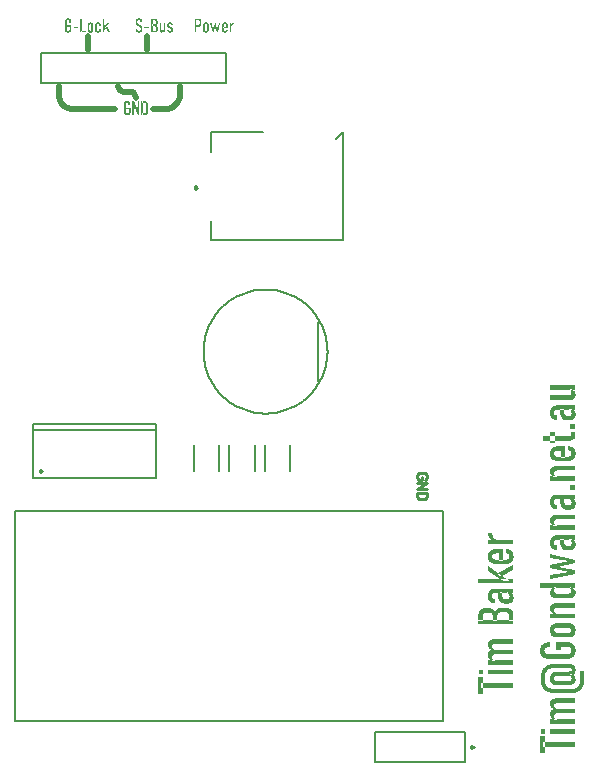
<source format=gto>
G04*
G04 #@! TF.GenerationSoftware,Altium Limited,Altium Designer,22.10.1 (41)*
G04*
G04 Layer_Color=65535*
%FSLAX25Y25*%
%MOIN*%
G70*
G04*
G04 #@! TF.SameCoordinates,E9990B0B-6E38-4B2E-9C7E-526108F30C78*
G04*
G04*
G04 #@! TF.FilePolarity,Positive*
G04*
G01*
G75*
%ADD10C,0.01968*%
%ADD11C,0.00591*%
%ADD12C,0.00984*%
%ADD13C,0.00787*%
%ADD14C,0.00500*%
%ADD15C,0.01000*%
G36*
X217742Y402372D02*
X217775D01*
X217857Y402361D01*
X217950Y402344D01*
X218048Y402317D01*
X218146Y402284D01*
X218244Y402241D01*
X218250D01*
X218255Y402235D01*
X218283Y402213D01*
X218332Y402186D01*
X218386Y402142D01*
X218446Y402082D01*
X218507Y402017D01*
X218567Y401935D01*
X218621Y401842D01*
Y401836D01*
X218627Y401831D01*
X218632Y401815D01*
X218643Y401798D01*
X218665Y401744D01*
X218687Y401667D01*
X218708Y401580D01*
X218730Y401471D01*
X218747Y401351D01*
X218752Y401220D01*
Y400990D01*
X218102D01*
Y401220D01*
Y401225D01*
Y401252D01*
Y401285D01*
X218097Y401323D01*
X218092Y401372D01*
X218081Y401427D01*
X218048Y401525D01*
Y401531D01*
X218037Y401547D01*
X218026Y401569D01*
X218010Y401602D01*
X217961Y401662D01*
X217933Y401695D01*
X217895Y401722D01*
X217889Y401727D01*
X217879Y401733D01*
X217857Y401744D01*
X217829Y401755D01*
X217791Y401766D01*
X217753Y401777D01*
X217704Y401787D01*
X217627D01*
X217595Y401782D01*
X217556Y401777D01*
X217469Y401760D01*
X217420Y401738D01*
X217376Y401716D01*
X217371Y401711D01*
X217360Y401706D01*
X217338Y401689D01*
X217311Y401662D01*
X217283Y401635D01*
X217256Y401602D01*
X217229Y401558D01*
X217201Y401509D01*
Y401504D01*
X217191Y401487D01*
X217185Y401460D01*
X217174Y401422D01*
X217163Y401372D01*
X217152Y401318D01*
X217147Y401258D01*
X217142Y401187D01*
Y398757D01*
Y398752D01*
Y398730D01*
X217147Y398697D01*
Y398659D01*
X217158Y398610D01*
X217169Y398566D01*
X217180Y398517D01*
X217201Y398468D01*
X217207Y398462D01*
X217213Y398446D01*
X217229Y398424D01*
X217251Y398402D01*
X217278Y398369D01*
X217305Y398337D01*
X217387Y398282D01*
X217393D01*
X217409Y398271D01*
X217436Y398266D01*
X217469Y398255D01*
X217507Y398244D01*
X217556Y398233D01*
X217611Y398228D01*
X217671Y398222D01*
X217698D01*
X217726Y398228D01*
X217764Y398233D01*
X217851Y398249D01*
X217900Y398266D01*
X217944Y398288D01*
X217950Y398293D01*
X217961Y398299D01*
X217982Y398315D01*
X218010Y398342D01*
X218037Y398369D01*
X218064Y398402D01*
X218092Y398446D01*
X218119Y398490D01*
X218124Y398495D01*
X218130Y398511D01*
X218141Y398544D01*
X218152Y398582D01*
X218162Y398632D01*
X218168Y398686D01*
X218179Y398746D01*
Y398817D01*
Y399609D01*
X217655D01*
Y400182D01*
X218790D01*
Y398823D01*
Y398817D01*
Y398806D01*
Y398784D01*
Y398757D01*
X218785Y398730D01*
Y398692D01*
X218774Y398599D01*
X218758Y398500D01*
X218736Y398391D01*
X218703Y398282D01*
X218659Y398178D01*
Y398173D01*
X218654Y398167D01*
X218637Y398135D01*
X218605Y398085D01*
X218561Y398025D01*
X218507Y397960D01*
X218441Y397894D01*
X218365Y397829D01*
X218277Y397774D01*
X218272D01*
X218266Y397769D01*
X218233Y397752D01*
X218179Y397731D01*
X218108Y397709D01*
X218021Y397681D01*
X217917Y397660D01*
X217797Y397643D01*
X217671Y397638D01*
X217611D01*
X217578Y397643D01*
X217546D01*
X217458Y397654D01*
X217360Y397671D01*
X217262Y397692D01*
X217152Y397720D01*
X217054Y397763D01*
X217043Y397769D01*
X217010Y397791D01*
X216967Y397818D01*
X216912Y397862D01*
X216847Y397916D01*
X216787Y397982D01*
X216721Y398058D01*
X216667Y398146D01*
Y398151D01*
X216661Y398156D01*
X216655Y398173D01*
X216645Y398189D01*
X216623Y398244D01*
X216601Y398320D01*
X216579Y398408D01*
X216557Y398511D01*
X216541Y398632D01*
X216535Y398757D01*
Y401187D01*
Y401192D01*
Y401203D01*
Y401225D01*
Y401252D01*
X216541Y401285D01*
Y401318D01*
X216552Y401411D01*
X216568Y401509D01*
X216590Y401618D01*
X216623Y401727D01*
X216667Y401831D01*
Y401836D01*
X216672Y401842D01*
X216694Y401875D01*
X216721Y401924D01*
X216765Y401984D01*
X216819Y402049D01*
X216885Y402115D01*
X216961Y402180D01*
X217049Y402235D01*
X217054D01*
X217060Y402241D01*
X217092Y402257D01*
X217147Y402279D01*
X217218Y402306D01*
X217305Y402333D01*
X217409Y402355D01*
X217529Y402372D01*
X217655Y402377D01*
X217715D01*
X217742Y402372D01*
D02*
G37*
G36*
X221711Y397681D02*
X221176D01*
X220008Y400870D01*
Y397681D01*
X219429D01*
Y402328D01*
X219959D01*
X221133Y399052D01*
Y398681D01*
X221236Y398763D01*
X221133Y399052D01*
Y402328D01*
X221711D01*
Y397681D01*
D02*
G37*
G36*
X223677Y402322D02*
X223748Y402312D01*
X223835Y402301D01*
X223923Y402279D01*
X224010Y402251D01*
X224092Y402213D01*
X224103Y402208D01*
X224130Y402191D01*
X224168Y402170D01*
X224218Y402131D01*
X224272Y402088D01*
X224327Y402028D01*
X224376Y401962D01*
X224425Y401886D01*
X224431Y401875D01*
X224442Y401848D01*
X224463Y401798D01*
X224485Y401738D01*
X224502Y401662D01*
X224523Y401569D01*
X224534Y401471D01*
X224540Y401356D01*
Y398653D01*
Y398648D01*
Y398642D01*
Y398626D01*
Y398604D01*
X224534Y398544D01*
X224523Y398473D01*
X224513Y398386D01*
X224491Y398299D01*
X224463Y398211D01*
X224425Y398124D01*
X224420Y398113D01*
X224403Y398085D01*
X224376Y398047D01*
X224343Y397998D01*
X224294Y397949D01*
X224234Y397889D01*
X224168Y397840D01*
X224092Y397791D01*
X224081Y397785D01*
X224054Y397774D01*
X224005Y397758D01*
X223945Y397736D01*
X223868Y397714D01*
X223775Y397698D01*
X223677Y397687D01*
X223562Y397681D01*
X222956D01*
Y398255D01*
X222738D01*
Y397681D01*
X222350D01*
Y402328D01*
X222738D01*
Y401755D01*
X222956D01*
Y398255D01*
X223612D01*
X223644Y398260D01*
X223683Y398266D01*
X223721Y398277D01*
X223764Y398299D01*
X223803Y398320D01*
X223841Y398353D01*
X223846Y398358D01*
X223857Y398369D01*
X223868Y398397D01*
X223890Y398424D01*
X223906Y398468D01*
X223917Y398517D01*
X223928Y398571D01*
X223934Y398637D01*
Y401372D01*
Y401383D01*
Y401405D01*
X223928Y401438D01*
X223923Y401476D01*
X223912Y401525D01*
X223896Y401569D01*
X223874Y401618D01*
X223841Y401656D01*
X223835Y401662D01*
X223825Y401673D01*
X223803Y401689D01*
X223775Y401706D01*
X223743Y401722D01*
X223693Y401738D01*
X223644Y401749D01*
X223584Y401755D01*
X222956D01*
Y402328D01*
X223622D01*
X223677Y402322D01*
D02*
G37*
G36*
X241479Y429881D02*
X241555Y429871D01*
X241643Y429854D01*
X241735Y429832D01*
X241834Y429805D01*
X241921Y429761D01*
X241927D01*
X241932Y429756D01*
X241959Y429740D01*
X242003Y429712D01*
X242052Y429674D01*
X242112Y429619D01*
X242172Y429559D01*
X242227Y429488D01*
X242276Y429401D01*
X242281Y429390D01*
X242292Y429357D01*
X242314Y429308D01*
X242336Y429237D01*
X242358Y429155D01*
X242380Y429057D01*
X242391Y428942D01*
X242396Y428822D01*
Y428085D01*
Y428080D01*
Y428069D01*
Y428052D01*
Y428031D01*
X242391Y427971D01*
X242380Y427894D01*
X242363Y427807D01*
X242341Y427708D01*
X242314Y427616D01*
X242270Y427523D01*
X242265Y427512D01*
X242249Y427485D01*
X242221Y427441D01*
X242183Y427392D01*
X242128Y427332D01*
X242069Y427272D01*
X241998Y427212D01*
X241916Y427162D01*
X241905Y427157D01*
X241877Y427146D01*
X241828Y427124D01*
X241763Y427102D01*
X241681Y427081D01*
X241582Y427059D01*
X241479Y427048D01*
X241359Y427042D01*
X240763D01*
Y427616D01*
X240496D01*
Y427042D01*
X240763D01*
Y425241D01*
X240158D01*
Y429887D01*
X240496D01*
Y429314D01*
X240763D01*
Y427616D01*
X241397D01*
X241419Y427621D01*
X241452D01*
X241517Y427643D01*
X241555Y427654D01*
X241588Y427676D01*
X241594Y427681D01*
X241604Y427687D01*
X241621Y427703D01*
X241643Y427719D01*
X241686Y427769D01*
X241730Y427840D01*
Y427845D01*
X241735Y427861D01*
X241746Y427883D01*
X241757Y427916D01*
X241763Y427954D01*
X241774Y427998D01*
X241779Y428047D01*
Y428102D01*
Y428817D01*
Y428822D01*
Y428844D01*
Y428871D01*
X241774Y428910D01*
X241757Y428992D01*
X241730Y429079D01*
Y429084D01*
X241719Y429095D01*
X241708Y429117D01*
X241692Y429144D01*
X241648Y429199D01*
X241588Y429254D01*
X241582Y429259D01*
X241572Y429264D01*
X241555Y429276D01*
X241528Y429286D01*
X241495Y429297D01*
X241462Y429303D01*
X241419Y429314D01*
X240763D01*
Y429887D01*
X241413D01*
X241479Y429881D01*
D02*
G37*
G36*
X253343Y428009D02*
X253169D01*
X253136Y428003D01*
X253098Y427998D01*
X253016Y427987D01*
X252923Y427965D01*
X252825Y427932D01*
X252732Y427889D01*
X252644Y427829D01*
X252634Y427823D01*
X252612Y427796D01*
X252579Y427758D01*
X252541Y427698D01*
X252502Y427627D01*
X252470Y427545D01*
X252443Y427446D01*
X252432Y427332D01*
Y428085D01*
X252481Y428151D01*
X252541Y428227D01*
X252612Y428304D01*
X252694Y428380D01*
X252781Y428446D01*
X252786D01*
X252792Y428451D01*
X252825Y428473D01*
X252879Y428500D01*
X252950Y428533D01*
X253032Y428560D01*
X253125Y428587D01*
X253234Y428609D01*
X253343Y428615D01*
Y428009D01*
D02*
G37*
G36*
X247982Y425241D02*
X247501D01*
X247048Y427528D01*
X246589Y425241D01*
X246109D01*
X245344Y428560D01*
X245934D01*
X246349Y426103D01*
X246830Y428560D01*
X247261D01*
X247741Y426103D01*
X248156Y428560D01*
X248746D01*
X247982Y425241D01*
D02*
G37*
G36*
X252432Y428085D02*
X252393Y428031D01*
X252382Y428009D01*
X252372Y427992D01*
X252366Y427987D01*
Y427982D01*
X252432Y427332D01*
Y425241D01*
X251825D01*
Y428560D01*
X252432D01*
Y428085D01*
D02*
G37*
G36*
X250291Y428609D02*
X250368Y428598D01*
X250450Y428582D01*
X250537Y428560D01*
X250630Y428533D01*
X250717Y428489D01*
X250728Y428484D01*
X250755Y428467D01*
X250794Y428435D01*
X250843Y428396D01*
X250897Y428342D01*
X250952Y428282D01*
X251007Y428205D01*
X251056Y428118D01*
X251061Y428107D01*
X251072Y428074D01*
X251094Y428025D01*
X251116Y427954D01*
X251137Y427872D01*
X251159Y427774D01*
X251170Y427659D01*
X251176Y427539D01*
Y426660D01*
X249778D01*
Y426272D01*
Y426262D01*
Y426234D01*
X249783Y426191D01*
X249794Y426136D01*
X249805Y426076D01*
X249822Y426010D01*
X249849Y425950D01*
X249887Y425896D01*
X249893Y425890D01*
X249909Y425874D01*
X249936Y425852D01*
X249969Y425830D01*
X250013Y425803D01*
X250067Y425781D01*
X250133Y425765D01*
X250204Y425759D01*
X250237D01*
X250269Y425765D01*
X250313Y425770D01*
X250362Y425781D01*
X250411Y425803D01*
X250455Y425825D01*
X250499Y425857D01*
X250504Y425863D01*
X250515Y425879D01*
X250532Y425901D01*
X250553Y425934D01*
X250570Y425972D01*
X250586Y426021D01*
X250597Y426081D01*
X250603Y426147D01*
Y426169D01*
X251187D01*
Y426147D01*
Y426141D01*
Y426125D01*
Y426103D01*
X251181Y426070D01*
Y426032D01*
X251176Y425989D01*
X251154Y425885D01*
X251127Y425776D01*
X251078Y425656D01*
X251017Y425541D01*
X250974Y425492D01*
X250930Y425443D01*
X250925D01*
X250919Y425432D01*
X250903Y425421D01*
X250881Y425404D01*
X250859Y425388D01*
X250826Y425366D01*
X250788Y425344D01*
X250744Y425322D01*
X250695Y425295D01*
X250641Y425273D01*
X250515Y425235D01*
X250368Y425208D01*
X250291Y425202D01*
X250204Y425197D01*
X250149D01*
X250089Y425202D01*
X250018Y425213D01*
X249931Y425230D01*
X249838Y425251D01*
X249745Y425279D01*
X249658Y425322D01*
X249647Y425328D01*
X249620Y425344D01*
X249581Y425377D01*
X249532Y425415D01*
X249478Y425470D01*
X249418Y425530D01*
X249363Y425606D01*
X249314Y425694D01*
Y425699D01*
X249308Y425705D01*
X249297Y425737D01*
X249276Y425792D01*
X249254Y425863D01*
X249232Y425945D01*
X249210Y426049D01*
X249199Y426163D01*
X249194Y426289D01*
Y427452D01*
Y427457D01*
Y427468D01*
Y427490D01*
Y427512D01*
X249199Y427545D01*
Y427583D01*
X249210Y427670D01*
X249221Y427769D01*
X249243Y427872D01*
X249270Y427976D01*
X249308Y428080D01*
Y428085D01*
X249314Y428091D01*
X249330Y428123D01*
X249358Y428172D01*
X249396Y428227D01*
X249445Y428293D01*
X249500Y428358D01*
X249570Y428424D01*
X249647Y428478D01*
X249658Y428484D01*
X249685Y428500D01*
X249734Y428522D01*
X249800Y428549D01*
X249876Y428571D01*
X249969Y428593D01*
X250067Y428609D01*
X250182Y428615D01*
X250237D01*
X250291Y428609D01*
D02*
G37*
G36*
X244051D02*
X244121Y428604D01*
X244203Y428587D01*
X244291Y428571D01*
X244378Y428544D01*
X244460Y428506D01*
X244471Y428500D01*
X244493Y428484D01*
X244531Y428462D01*
X244580Y428424D01*
X244635Y428380D01*
X244684Y428325D01*
X244738Y428260D01*
X244782Y428184D01*
X244788Y428172D01*
X244798Y428145D01*
X244815Y428102D01*
X244837Y428042D01*
X244859Y427965D01*
X244875Y427878D01*
X244886Y427779D01*
X244891Y427670D01*
Y426141D01*
Y426136D01*
Y426130D01*
Y426114D01*
Y426092D01*
X244886Y426038D01*
X244880Y425967D01*
X244864Y425885D01*
X244848Y425798D01*
X244820Y425710D01*
X244782Y425628D01*
X244777Y425617D01*
X244760Y425595D01*
X244738Y425557D01*
X244700Y425508D01*
X244656Y425454D01*
X244602Y425404D01*
X244536Y425350D01*
X244460Y425306D01*
X244449Y425301D01*
X244422Y425290D01*
X244378Y425273D01*
X244318Y425251D01*
X244242Y425230D01*
X244154Y425213D01*
X244056Y425202D01*
X243947Y425197D01*
X243898D01*
X243843Y425202D01*
X243772Y425213D01*
X243690Y425224D01*
X243603Y425241D01*
X243515Y425268D01*
X243428Y425306D01*
X243417Y425312D01*
X243395Y425328D01*
X243357Y425350D01*
X243308Y425388D01*
X243253Y425432D01*
X243199Y425486D01*
X243150Y425552D01*
X243100Y425628D01*
X243095Y425639D01*
X243084Y425666D01*
X243062Y425715D01*
X243046Y425776D01*
X243024Y425852D01*
X243002Y425939D01*
X242991Y426043D01*
X242986Y426152D01*
Y427670D01*
Y427676D01*
Y427681D01*
Y427698D01*
Y427719D01*
X242991Y427774D01*
X243002Y427845D01*
X243013Y427927D01*
X243035Y428014D01*
X243062Y428102D01*
X243100Y428184D01*
X243106Y428194D01*
X243122Y428216D01*
X243150Y428254D01*
X243182Y428304D01*
X243232Y428358D01*
X243286Y428407D01*
X243352Y428462D01*
X243428Y428506D01*
X243439Y428511D01*
X243466Y428522D01*
X243515Y428538D01*
X243575Y428560D01*
X243652Y428582D01*
X243739Y428598D01*
X243837Y428609D01*
X243947Y428615D01*
X243996D01*
X244051Y428609D01*
D02*
G37*
G36*
X221690Y429931D02*
X221728D01*
X221810Y429920D01*
X221903Y429903D01*
X222001Y429881D01*
X222105Y429854D01*
X222198Y429810D01*
X222203D01*
X222209Y429805D01*
X222236Y429789D01*
X222280Y429756D01*
X222334Y429718D01*
X222394Y429663D01*
X222460Y429603D01*
X222520Y429527D01*
X222569Y429439D01*
X222574Y429428D01*
X222591Y429396D01*
X222607Y429341D01*
X222635Y429276D01*
X222656Y429188D01*
X222673Y429084D01*
X222689Y428970D01*
X222695Y428844D01*
Y428604D01*
X222089D01*
Y428822D01*
Y428828D01*
Y428833D01*
Y428866D01*
X222083Y428910D01*
X222072Y428970D01*
X222056Y429030D01*
X222034Y429095D01*
X222007Y429155D01*
X221963Y429210D01*
X221958Y429215D01*
X221941Y429232D01*
X221908Y429254D01*
X221870Y429281D01*
X221821Y429303D01*
X221756Y429325D01*
X221685Y429341D01*
X221603Y429347D01*
X221559D01*
X221515Y429341D01*
X221461Y429330D01*
X221395Y429314D01*
X221335Y429292D01*
X221270Y429259D01*
X221215Y429215D01*
X221210Y429210D01*
X221193Y429194D01*
X221171Y429161D01*
X221149Y429123D01*
X221128Y429073D01*
X221106Y429008D01*
X221089Y428937D01*
X221084Y428855D01*
Y428560D01*
Y428555D01*
Y428533D01*
X221089Y428500D01*
X221095Y428456D01*
X221106Y428413D01*
X221117Y428364D01*
X221139Y428314D01*
X221166Y428265D01*
X221171Y428260D01*
X221182Y428243D01*
X221199Y428222D01*
X221226Y428194D01*
X221253Y428167D01*
X221291Y428134D01*
X221373Y428069D01*
X221379Y428063D01*
X221395Y428058D01*
X221423Y428042D01*
X221466Y428020D01*
X221515Y427998D01*
X221570Y427971D01*
X221641Y427938D01*
X221717Y427905D01*
X221723D01*
X221728Y427900D01*
X221756Y427883D01*
X221761D01*
X221772Y427878D01*
X221799Y427867D01*
X221805D01*
X221810Y427861D01*
X221832Y427845D01*
X221837D01*
X221843Y427840D01*
X221870Y427834D01*
X221876D01*
X221881Y427829D01*
X221914Y427812D01*
X221969Y427790D01*
X222028Y427758D01*
X222099Y427719D01*
X222176Y427681D01*
X222252Y427637D01*
X222318Y427594D01*
X222323Y427588D01*
X222345Y427572D01*
X222378Y427550D01*
X222416Y427512D01*
X222460Y427468D01*
X222509Y427408D01*
X222558Y427343D01*
X222602Y427266D01*
X222607Y427255D01*
X222618Y427228D01*
X222640Y427179D01*
X222662Y427119D01*
X222684Y427037D01*
X222706Y426944D01*
X222716Y426835D01*
X222722Y426709D01*
Y426283D01*
Y426278D01*
Y426267D01*
Y426251D01*
Y426223D01*
X222716Y426196D01*
Y426158D01*
X222706Y426076D01*
X222689Y425983D01*
X222667Y425885D01*
X222635Y425786D01*
X222591Y425688D01*
X222586Y425677D01*
X222569Y425650D01*
X222536Y425606D01*
X222498Y425552D01*
X222444Y425492D01*
X222378Y425426D01*
X222302Y425372D01*
X222214Y425317D01*
X222209D01*
X222203Y425312D01*
X222170Y425301D01*
X222116Y425279D01*
X222045Y425257D01*
X221958Y425235D01*
X221854Y425213D01*
X221734Y425202D01*
X221608Y425197D01*
X221548D01*
X221515Y425202D01*
X221477D01*
X221395Y425213D01*
X221297Y425224D01*
X221193Y425246D01*
X221084Y425279D01*
X220986Y425317D01*
X220975Y425322D01*
X220942Y425339D01*
X220898Y425372D01*
X220844Y425410D01*
X220784Y425464D01*
X220718Y425524D01*
X220658Y425601D01*
X220603Y425688D01*
Y425694D01*
X220598Y425699D01*
X220582Y425732D01*
X220560Y425786D01*
X220538Y425857D01*
X220516Y425939D01*
X220494Y426043D01*
X220478Y426158D01*
X220472Y426283D01*
Y426513D01*
X221084D01*
Y426305D01*
Y426294D01*
Y426262D01*
X221089Y426218D01*
X221100Y426163D01*
X221117Y426098D01*
X221139Y426038D01*
X221171Y425972D01*
X221215Y425918D01*
X221220Y425912D01*
X221242Y425896D01*
X221270Y425874D01*
X221313Y425852D01*
X221373Y425825D01*
X221439Y425803D01*
X221515Y425786D01*
X221608Y425781D01*
X221646D01*
X221695Y425786D01*
X221750Y425798D01*
X221810Y425814D01*
X221870Y425836D01*
X221930Y425868D01*
X221985Y425912D01*
X221990Y425918D01*
X222007Y425939D01*
X222028Y425967D01*
X222050Y426010D01*
X222072Y426070D01*
X222094Y426136D01*
X222110Y426212D01*
X222116Y426305D01*
Y426715D01*
Y426720D01*
Y426742D01*
X222110Y426775D01*
X222105Y426813D01*
X222094Y426857D01*
X222078Y426906D01*
X222056Y426955D01*
X222028Y426999D01*
X222023Y427004D01*
X222012Y427021D01*
X221996Y427042D01*
X221974Y427070D01*
X221941Y427097D01*
X221908Y427135D01*
X221821Y427195D01*
X221816Y427201D01*
X221799Y427212D01*
X221772Y427222D01*
X221734Y427244D01*
X221685Y427272D01*
X221624Y427299D01*
X221559Y427332D01*
X221477Y427370D01*
X221466D01*
X221461Y427375D01*
X221455Y427381D01*
X221406Y427397D01*
X221401D01*
X221395Y427403D01*
X221379Y427408D01*
X221357Y427419D01*
X221302Y427446D01*
X221237Y427479D01*
X221160Y427523D01*
X221078Y427566D01*
X221002Y427610D01*
X220926Y427659D01*
X220920Y427665D01*
X220893Y427681D01*
X220860Y427714D01*
X220816Y427752D01*
X220767Y427801D01*
X220713Y427867D01*
X220658Y427932D01*
X220609Y428014D01*
X220603Y428025D01*
X220587Y428058D01*
X220565Y428107D01*
X220543Y428172D01*
X220522Y428254D01*
X220500Y428353D01*
X220483Y428467D01*
X220478Y428593D01*
Y428861D01*
Y428866D01*
Y428877D01*
Y428893D01*
Y428921D01*
X220483Y428981D01*
X220494Y429063D01*
X220511Y429155D01*
X220532Y429254D01*
X220560Y429352D01*
X220603Y429445D01*
Y429450D01*
X220609Y429456D01*
X220631Y429483D01*
X220658Y429527D01*
X220702Y429581D01*
X220756Y429641D01*
X220822Y429701D01*
X220898Y429761D01*
X220986Y429810D01*
X220991D01*
X220997Y429816D01*
X221013Y429821D01*
X221029Y429832D01*
X221084Y429849D01*
X221160Y429876D01*
X221248Y429898D01*
X221357Y429914D01*
X221472Y429931D01*
X221603Y429936D01*
X221663D01*
X221690Y429931D01*
D02*
G37*
G36*
X226899Y429881D02*
X226975Y429876D01*
X227057Y429860D01*
X227150Y429843D01*
X227243Y429816D01*
X227330Y429778D01*
X227341Y429772D01*
X227368Y429756D01*
X227407Y429734D01*
X227461Y429701D01*
X227516Y429658D01*
X227576Y429603D01*
X227630Y429538D01*
X227680Y429461D01*
X227685Y429450D01*
X227696Y429423D01*
X227718Y429379D01*
X227740Y429319D01*
X227762Y429248D01*
X227783Y429161D01*
X227794Y429063D01*
X227800Y428959D01*
Y428467D01*
Y428456D01*
Y428429D01*
X227794Y428391D01*
X227789Y428336D01*
X227783Y428276D01*
X227772Y428211D01*
X227751Y428145D01*
X227729Y428080D01*
X227723Y428074D01*
X227718Y428052D01*
X227701Y428020D01*
X227674Y427982D01*
X227647Y427938D01*
X227614Y427889D01*
X227570Y427845D01*
X227521Y427801D01*
X227516Y427796D01*
X227500Y427785D01*
X227472Y427763D01*
X227434Y427741D01*
X227385Y427719D01*
X227330Y427692D01*
X227270Y427670D01*
X227205Y427654D01*
X227216D01*
X227237Y427648D01*
X227276Y427637D01*
X227325Y427621D01*
X227385Y427605D01*
X227439Y427577D01*
X227500Y427545D01*
X227559Y427506D01*
X227565Y427501D01*
X227581Y427485D01*
X227609Y427463D01*
X227641Y427430D01*
X227680Y427386D01*
X227718Y427337D01*
X227751Y427283D01*
X227783Y427217D01*
X227789Y427212D01*
X227794Y427184D01*
X227805Y427151D01*
X227822Y427102D01*
X227838Y427042D01*
X227849Y426971D01*
X227854Y426895D01*
X227860Y426807D01*
Y426191D01*
Y426185D01*
Y426180D01*
Y426163D01*
Y426141D01*
X227854Y426081D01*
X227843Y426010D01*
X227833Y425928D01*
X227811Y425841D01*
X227783Y425754D01*
X227745Y425672D01*
X227740Y425661D01*
X227723Y425639D01*
X227696Y425601D01*
X227658Y425552D01*
X227614Y425503D01*
X227554Y425448D01*
X227483Y425399D01*
X227407Y425350D01*
X227396Y425344D01*
X227368Y425333D01*
X227319Y425317D01*
X227254Y425295D01*
X227177Y425273D01*
X227084Y425257D01*
X226986Y425246D01*
X226872Y425241D01*
X226276D01*
Y425814D01*
X226053D01*
Y425241D01*
X225670D01*
Y429887D01*
X226053D01*
Y429314D01*
X226276D01*
Y427949D01*
X226822D01*
X226855Y427954D01*
X226899Y427965D01*
X226948Y427982D01*
X226997Y428003D01*
X227041Y428036D01*
X227084Y428080D01*
X227090Y428085D01*
X227101Y428102D01*
X227117Y428134D01*
X227139Y428178D01*
X227155Y428227D01*
X227172Y428293D01*
X227183Y428364D01*
X227188Y428451D01*
Y428926D01*
Y428932D01*
Y428953D01*
X227183Y428986D01*
X227177Y429030D01*
X227161Y429073D01*
X227145Y429123D01*
X227117Y429166D01*
X227084Y429210D01*
X227079Y429215D01*
X227068Y429226D01*
X227041Y429243D01*
X227008Y429264D01*
X226970Y429281D01*
X226921Y429297D01*
X226861Y429308D01*
X226795Y429314D01*
X226276D01*
Y429887D01*
X226839D01*
X226899Y429881D01*
D02*
G37*
G36*
X232042Y428609D02*
X232108Y428598D01*
X232190Y428587D01*
X232272Y428566D01*
X232359Y428538D01*
X232441Y428500D01*
X232452Y428495D01*
X232473Y428478D01*
X232512Y428456D01*
X232561Y428418D01*
X232615Y428375D01*
X232665Y428320D01*
X232719Y428254D01*
X232763Y428178D01*
X232768Y428167D01*
X232779Y428140D01*
X232801Y428096D01*
X232823Y428042D01*
X232839Y427965D01*
X232861Y427883D01*
X232872Y427790D01*
X232878Y427687D01*
Y427665D01*
X232272D01*
Y427692D01*
Y427698D01*
Y427719D01*
X232266Y427752D01*
X232261Y427796D01*
X232250Y427840D01*
X232233Y427883D01*
X232211Y427932D01*
X232184Y427971D01*
X232179Y427976D01*
X232168Y427987D01*
X232146Y428003D01*
X232119Y428025D01*
X232086Y428042D01*
X232042Y428058D01*
X231993Y428069D01*
X231938Y428074D01*
X231911D01*
X231884Y428069D01*
X231846Y428058D01*
X231807Y428047D01*
X231764Y428025D01*
X231726Y427998D01*
X231687Y427960D01*
X231682Y427954D01*
X231676Y427938D01*
X231660Y427916D01*
X231644Y427878D01*
X231627Y427834D01*
X231616Y427785D01*
X231605Y427719D01*
X231600Y427648D01*
Y427643D01*
Y427627D01*
X231605Y427599D01*
Y427572D01*
X231627Y427495D01*
X231638Y427457D01*
X231660Y427424D01*
X231665Y427419D01*
X231671Y427408D01*
X231704Y427375D01*
X231753Y427332D01*
X231818Y427288D01*
X231824D01*
X231835Y427277D01*
X231856Y427272D01*
X231889Y427255D01*
X231922Y427239D01*
X231966Y427222D01*
X232020Y427206D01*
X232075Y427184D01*
X232080D01*
X232086Y427179D01*
X232108D01*
X232113Y427173D01*
X232119D01*
X232124Y427168D01*
X232130D01*
X232135Y427162D01*
X232168Y427151D01*
X232217Y427135D01*
X232277Y427113D01*
X232348Y427092D01*
X232419Y427059D01*
X232495Y427026D01*
X232561Y426993D01*
X232566Y426988D01*
X232588Y426977D01*
X232621Y426955D01*
X232659Y426922D01*
X232708Y426884D01*
X232752Y426835D01*
X232801Y426775D01*
X232850Y426704D01*
X232856Y426693D01*
X232867Y426666D01*
X232889Y426622D01*
X232910Y426562D01*
X232932Y426485D01*
X232954Y426393D01*
X232965Y426283D01*
X232970Y426163D01*
Y426158D01*
Y426152D01*
Y426136D01*
Y426114D01*
X232965Y426054D01*
X232954Y425983D01*
X232938Y425901D01*
X232916Y425814D01*
X232889Y425727D01*
X232845Y425639D01*
X232839Y425628D01*
X232823Y425601D01*
X232796Y425563D01*
X232757Y425514D01*
X232708Y425464D01*
X232648Y425404D01*
X232577Y425355D01*
X232495Y425306D01*
X232484Y425301D01*
X232457Y425290D01*
X232408Y425273D01*
X232348Y425251D01*
X232266Y425230D01*
X232179Y425213D01*
X232075Y425202D01*
X231966Y425197D01*
X231911D01*
X231856Y425202D01*
X231780Y425213D01*
X231698Y425224D01*
X231605Y425246D01*
X231513Y425273D01*
X231425Y425312D01*
X231414Y425317D01*
X231387Y425333D01*
X231349Y425361D01*
X231300Y425399D01*
X231245Y425448D01*
X231185Y425508D01*
X231130Y425579D01*
X231081Y425656D01*
X231076Y425666D01*
X231065Y425694D01*
X231043Y425743D01*
X231021Y425808D01*
X230999Y425885D01*
X230978Y425972D01*
X230967Y426076D01*
X230961Y426185D01*
Y426212D01*
X231562D01*
Y426185D01*
Y426174D01*
Y426152D01*
X231567Y426114D01*
X231573Y426065D01*
X231589Y426010D01*
X231605Y425956D01*
X231633Y425901D01*
X231665Y425852D01*
X231671Y425847D01*
X231687Y425836D01*
X231709Y425814D01*
X231742Y425792D01*
X231786Y425770D01*
X231835Y425748D01*
X231895Y425737D01*
X231966Y425732D01*
X231998D01*
X232031Y425737D01*
X232069Y425748D01*
X232119Y425759D01*
X232168Y425781D01*
X232211Y425808D01*
X232255Y425847D01*
X232261Y425852D01*
X232272Y425868D01*
X232288Y425896D01*
X232310Y425928D01*
X232332Y425972D01*
X232348Y426027D01*
X232359Y426092D01*
X232364Y426163D01*
Y426169D01*
Y426185D01*
X232359Y426207D01*
Y426240D01*
X232337Y426311D01*
X232326Y426349D01*
X232304Y426382D01*
Y426387D01*
X232293Y426398D01*
X232261Y426431D01*
X232211Y426475D01*
X232146Y426518D01*
X232140D01*
X232130Y426529D01*
X232108Y426535D01*
X232075Y426551D01*
X232037Y426567D01*
X231988Y426584D01*
X231933Y426606D01*
X231873Y426627D01*
X231868Y426633D01*
X231851D01*
X231846Y426638D01*
X231824Y426644D01*
X231818Y426649D01*
X231807D01*
X231802Y426655D01*
X231791Y426660D01*
X231780Y426666D01*
X231753Y426677D01*
X231709Y426693D01*
X231655Y426715D01*
X231589Y426748D01*
X231523Y426780D01*
X231452Y426813D01*
X231387Y426851D01*
X231382Y426857D01*
X231360Y426873D01*
X231327Y426895D01*
X231289Y426928D01*
X231245Y426971D01*
X231201Y427021D01*
X231152Y427081D01*
X231108Y427146D01*
X231103Y427157D01*
X231092Y427179D01*
X231076Y427222D01*
X231054Y427277D01*
X231032Y427348D01*
X231016Y427435D01*
X231005Y427528D01*
X230999Y427637D01*
Y427643D01*
Y427648D01*
Y427665D01*
Y427687D01*
X231005Y427747D01*
X231016Y427818D01*
X231027Y427894D01*
X231048Y427982D01*
X231076Y428069D01*
X231114Y428156D01*
X231119Y428167D01*
X231136Y428194D01*
X231163Y428233D01*
X231196Y428282D01*
X231245Y428336D01*
X231300Y428391D01*
X231365Y428446D01*
X231436Y428495D01*
X231447Y428500D01*
X231474Y428511D01*
X231518Y428533D01*
X231578Y428555D01*
X231655Y428577D01*
X231736Y428598D01*
X231835Y428609D01*
X231938Y428615D01*
X231988D01*
X232042Y428609D01*
D02*
G37*
G36*
X224999Y426616D02*
X223361D01*
Y427195D01*
X224999D01*
Y426616D01*
D02*
G37*
G36*
X230415Y425241D02*
X229804D01*
Y425629D01*
X229815Y425656D01*
X229836Y425705D01*
X229847Y425737D01*
X229853Y425743D01*
Y425748D01*
X229804Y426158D01*
Y428560D01*
X230415D01*
Y425241D01*
D02*
G37*
G36*
X229056Y426147D02*
Y426141D01*
Y426120D01*
X229061Y426087D01*
X229066Y426043D01*
X229077Y425999D01*
X229094Y425956D01*
X229116Y425912D01*
X229148Y425874D01*
X229154Y425868D01*
X229165Y425857D01*
X229192Y425847D01*
X229219Y425830D01*
X229263Y425808D01*
X229312Y425798D01*
X229367Y425786D01*
X229432Y425781D01*
X229465D01*
X229498Y425786D01*
X229536Y425792D01*
X229580Y425803D01*
X229629Y425819D01*
X229673Y425841D01*
X229711Y425874D01*
X229716Y425879D01*
X229727Y425890D01*
X229738Y425918D01*
X229760Y425945D01*
X229776Y425989D01*
X229787Y426038D01*
X229798Y426092D01*
X229804Y426158D01*
Y425629D01*
X229787Y425590D01*
X229749Y425524D01*
X229705Y425454D01*
X229656Y425388D01*
X229596Y425333D01*
X229591Y425328D01*
X229569Y425312D01*
X229531Y425290D01*
X229487Y425268D01*
X229427Y425241D01*
X229356Y425219D01*
X229279Y425202D01*
X229192Y425197D01*
X229159D01*
X229132Y425202D01*
X229066Y425208D01*
X228985Y425224D01*
X228897Y425251D01*
X228804Y425295D01*
X228712Y425350D01*
X228635Y425426D01*
Y425432D01*
X228630Y425437D01*
X228619Y425454D01*
X228608Y425470D01*
X228575Y425524D01*
X228542Y425601D01*
X228510Y425699D01*
X228477Y425819D01*
X228455Y425956D01*
X228450Y426120D01*
Y428560D01*
X229056D01*
Y426147D01*
D02*
G37*
G36*
X198057Y429931D02*
X198090D01*
X198172Y429920D01*
X198265Y429903D01*
X198363Y429876D01*
X198461Y429843D01*
X198559Y429800D01*
X198565D01*
X198570Y429794D01*
X198598Y429772D01*
X198647Y429745D01*
X198701Y429701D01*
X198761Y429641D01*
X198821Y429576D01*
X198881Y429494D01*
X198936Y429401D01*
Y429396D01*
X198942Y429390D01*
X198947Y429374D01*
X198958Y429357D01*
X198980Y429303D01*
X199002Y429226D01*
X199023Y429139D01*
X199045Y429030D01*
X199062Y428910D01*
X199067Y428779D01*
Y428549D01*
X198417D01*
Y428779D01*
Y428784D01*
Y428811D01*
Y428844D01*
X198412Y428882D01*
X198407Y428932D01*
X198396Y428986D01*
X198363Y429084D01*
Y429090D01*
X198352Y429106D01*
X198341Y429128D01*
X198325Y429161D01*
X198275Y429221D01*
X198248Y429254D01*
X198210Y429281D01*
X198205Y429286D01*
X198194Y429292D01*
X198172Y429303D01*
X198144Y429314D01*
X198106Y429325D01*
X198068Y429335D01*
X198019Y429347D01*
X197942D01*
X197910Y429341D01*
X197871Y429335D01*
X197784Y429319D01*
X197735Y429297D01*
X197691Y429276D01*
X197686Y429270D01*
X197675Y429264D01*
X197653Y429248D01*
X197626Y429221D01*
X197598Y429194D01*
X197571Y429161D01*
X197544Y429117D01*
X197517Y429068D01*
Y429063D01*
X197506Y429046D01*
X197500Y429019D01*
X197489Y428981D01*
X197478Y428932D01*
X197467Y428877D01*
X197462Y428817D01*
X197456Y428746D01*
Y426316D01*
Y426311D01*
Y426289D01*
X197462Y426256D01*
Y426218D01*
X197473Y426169D01*
X197484Y426125D01*
X197495Y426076D01*
X197517Y426027D01*
X197522Y426021D01*
X197527Y426005D01*
X197544Y425983D01*
X197566Y425961D01*
X197593Y425928D01*
X197620Y425896D01*
X197702Y425841D01*
X197708D01*
X197724Y425830D01*
X197751Y425825D01*
X197784Y425814D01*
X197822Y425803D01*
X197871Y425792D01*
X197926Y425786D01*
X197986Y425781D01*
X198013D01*
X198041Y425786D01*
X198079Y425792D01*
X198166Y425808D01*
X198215Y425825D01*
X198259Y425847D01*
X198265Y425852D01*
X198275Y425857D01*
X198297Y425874D01*
X198325Y425901D01*
X198352Y425928D01*
X198379Y425961D01*
X198407Y426005D01*
X198434Y426049D01*
X198439Y426054D01*
X198445Y426070D01*
X198456Y426103D01*
X198467Y426141D01*
X198477Y426191D01*
X198483Y426245D01*
X198494Y426305D01*
Y426376D01*
Y427168D01*
X197970D01*
Y427741D01*
X199105D01*
Y426382D01*
Y426376D01*
Y426365D01*
Y426343D01*
Y426316D01*
X199100Y426289D01*
Y426251D01*
X199089Y426158D01*
X199073Y426059D01*
X199051Y425950D01*
X199018Y425841D01*
X198974Y425737D01*
Y425732D01*
X198969Y425727D01*
X198952Y425694D01*
X198920Y425645D01*
X198876Y425585D01*
X198821Y425519D01*
X198756Y425454D01*
X198679Y425388D01*
X198592Y425333D01*
X198587D01*
X198581Y425328D01*
X198548Y425312D01*
X198494Y425290D01*
X198423Y425268D01*
X198336Y425241D01*
X198232Y425219D01*
X198112Y425202D01*
X197986Y425197D01*
X197926D01*
X197893Y425202D01*
X197861D01*
X197773Y425213D01*
X197675Y425230D01*
X197577Y425251D01*
X197467Y425279D01*
X197369Y425322D01*
X197358Y425328D01*
X197325Y425350D01*
X197282Y425377D01*
X197227Y425421D01*
X197162Y425475D01*
X197101Y425541D01*
X197036Y425617D01*
X196981Y425705D01*
Y425710D01*
X196976Y425715D01*
X196970Y425732D01*
X196960Y425748D01*
X196938Y425803D01*
X196916Y425879D01*
X196894Y425967D01*
X196872Y426070D01*
X196856Y426191D01*
X196850Y426316D01*
Y428746D01*
Y428751D01*
Y428762D01*
Y428784D01*
Y428811D01*
X196856Y428844D01*
Y428877D01*
X196867Y428970D01*
X196883Y429068D01*
X196905Y429177D01*
X196938Y429286D01*
X196981Y429390D01*
Y429396D01*
X196987Y429401D01*
X197009Y429434D01*
X197036Y429483D01*
X197080Y429543D01*
X197134Y429608D01*
X197200Y429674D01*
X197276Y429740D01*
X197364Y429794D01*
X197369D01*
X197374Y429800D01*
X197407Y429816D01*
X197462Y429838D01*
X197533Y429865D01*
X197620Y429892D01*
X197724Y429914D01*
X197844Y429931D01*
X197970Y429936D01*
X198030D01*
X198057Y429931D01*
D02*
G37*
G36*
X208071Y428609D02*
X208147Y428598D01*
X208229Y428587D01*
X208322Y428566D01*
X208415Y428533D01*
X208502Y428495D01*
X208513Y428489D01*
X208540Y428473D01*
X208578Y428446D01*
X208633Y428407D01*
X208688Y428353D01*
X208742Y428293D01*
X208797Y428222D01*
X208846Y428140D01*
X208852Y428129D01*
X208862Y428096D01*
X208884Y428047D01*
X208906Y427982D01*
X208928Y427900D01*
X208950Y427801D01*
X208961Y427692D01*
X208966Y427572D01*
Y427463D01*
X208366D01*
Y427572D01*
Y427583D01*
Y427610D01*
X208360Y427654D01*
X208355Y427703D01*
X208338Y427758D01*
X208322Y427818D01*
X208295Y427878D01*
X208262Y427927D01*
X208256Y427932D01*
X208245Y427949D01*
X208218Y427965D01*
X208185Y427992D01*
X208142Y428014D01*
X208092Y428031D01*
X208032Y428047D01*
X207967Y428052D01*
X207934D01*
X207901Y428047D01*
X207858Y428036D01*
X207809Y428020D01*
X207759Y427998D01*
X207710Y427971D01*
X207667Y427927D01*
X207661Y427921D01*
X207650Y427905D01*
X207634Y427878D01*
X207617Y427834D01*
X207596Y427785D01*
X207579Y427725D01*
X207568Y427659D01*
X207563Y427577D01*
Y426180D01*
Y426169D01*
Y426147D01*
X207568Y426109D01*
X207574Y426065D01*
X207590Y426016D01*
X207607Y425961D01*
X207634Y425912D01*
X207667Y425863D01*
X207672Y425857D01*
X207688Y425847D01*
X207710Y425830D01*
X207743Y425808D01*
X207787Y425786D01*
X207841Y425770D01*
X207901Y425759D01*
X207967Y425754D01*
X208000D01*
X208032Y425759D01*
X208076Y425770D01*
X208125Y425781D01*
X208174Y425803D01*
X208218Y425830D01*
X208262Y425868D01*
X208267Y425874D01*
X208278Y425890D01*
X208295Y425918D01*
X208316Y425956D01*
X208338Y425999D01*
X208355Y426054D01*
X208366Y426120D01*
X208371Y426191D01*
Y426294D01*
X208977D01*
Y426191D01*
Y426185D01*
Y426174D01*
Y426158D01*
Y426136D01*
X208972Y426081D01*
X208961Y426005D01*
X208950Y425918D01*
X208928Y425830D01*
X208895Y425737D01*
X208857Y425650D01*
X208852Y425639D01*
X208835Y425612D01*
X208808Y425574D01*
X208770Y425524D01*
X208720Y425470D01*
X208660Y425415D01*
X208589Y425361D01*
X208507Y425312D01*
X208497Y425306D01*
X208469Y425295D01*
X208420Y425273D01*
X208355Y425257D01*
X208273Y425235D01*
X208180Y425213D01*
X208071Y425202D01*
X207956Y425197D01*
X207901D01*
X207847Y425202D01*
X207770Y425213D01*
X207683Y425224D01*
X207596Y425241D01*
X207503Y425268D01*
X207416Y425306D01*
X207405Y425312D01*
X207377Y425328D01*
X207339Y425355D01*
X207290Y425393D01*
X207235Y425437D01*
X207175Y425497D01*
X207121Y425563D01*
X207071Y425639D01*
X207066Y425650D01*
X207055Y425677D01*
X207033Y425727D01*
X207012Y425792D01*
X206990Y425868D01*
X206968Y425961D01*
X206957Y426065D01*
X206951Y426180D01*
Y427577D01*
Y427583D01*
Y427594D01*
Y427610D01*
Y427632D01*
X206957Y427698D01*
X206968Y427774D01*
X206979Y427861D01*
X207000Y427954D01*
X207033Y428052D01*
X207071Y428140D01*
Y428145D01*
X207077Y428151D01*
X207093Y428178D01*
X207121Y428222D01*
X207159Y428271D01*
X207208Y428331D01*
X207268Y428391D01*
X207339Y428446D01*
X207416Y428495D01*
X207426Y428500D01*
X207454Y428511D01*
X207503Y428533D01*
X207568Y428555D01*
X207645Y428577D01*
X207738Y428598D01*
X207841Y428609D01*
X207956Y428615D01*
X208011D01*
X208071Y428609D01*
D02*
G37*
G36*
X201415Y426616D02*
X199777D01*
Y427195D01*
X201415D01*
Y426616D01*
D02*
G37*
G36*
X210091Y426950D02*
X211095Y428560D01*
X211729D01*
X210857Y427261D01*
X211860Y425241D01*
X211194D01*
X210513Y426749D01*
X210091Y426119D01*
Y426950D01*
X209774Y426442D01*
X209802Y425688D01*
X210091Y426119D01*
Y425241D01*
X209485D01*
Y429887D01*
X210091D01*
Y426950D01*
D02*
G37*
G36*
X202693Y425814D02*
X204019D01*
Y425241D01*
X202693D01*
Y425814D01*
X202414D01*
Y425241D01*
X202086D01*
Y429887D01*
X202693D01*
Y425814D01*
D02*
G37*
G36*
X205532Y428609D02*
X205603Y428604D01*
X205685Y428587D01*
X205772Y428571D01*
X205859Y428544D01*
X205941Y428506D01*
X205952Y428500D01*
X205974Y428484D01*
X206012Y428462D01*
X206061Y428424D01*
X206116Y428380D01*
X206165Y428325D01*
X206220Y428260D01*
X206263Y428184D01*
X206269Y428172D01*
X206280Y428145D01*
X206296Y428102D01*
X206318Y428042D01*
X206340Y427965D01*
X206356Y427878D01*
X206367Y427779D01*
X206373Y427670D01*
Y426141D01*
Y426136D01*
Y426130D01*
Y426114D01*
Y426092D01*
X206367Y426038D01*
X206362Y425967D01*
X206345Y425885D01*
X206329Y425798D01*
X206302Y425710D01*
X206263Y425628D01*
X206258Y425617D01*
X206242Y425595D01*
X206220Y425557D01*
X206182Y425508D01*
X206138Y425454D01*
X206083Y425404D01*
X206018Y425350D01*
X205941Y425306D01*
X205930Y425301D01*
X205903Y425290D01*
X205859Y425273D01*
X205799Y425251D01*
X205723Y425230D01*
X205635Y425213D01*
X205537Y425202D01*
X205428Y425197D01*
X205379D01*
X205324Y425202D01*
X205253Y425213D01*
X205171Y425224D01*
X205084Y425241D01*
X204997Y425268D01*
X204909Y425306D01*
X204898Y425312D01*
X204877Y425328D01*
X204838Y425350D01*
X204789Y425388D01*
X204735Y425432D01*
X204680Y425486D01*
X204631Y425552D01*
X204582Y425628D01*
X204576Y425639D01*
X204565Y425666D01*
X204543Y425715D01*
X204527Y425776D01*
X204505Y425852D01*
X204484Y425939D01*
X204473Y426043D01*
X204467Y426152D01*
Y427670D01*
Y427676D01*
Y427681D01*
Y427698D01*
Y427719D01*
X204473Y427774D01*
X204484Y427845D01*
X204494Y427927D01*
X204516Y428014D01*
X204543Y428102D01*
X204582Y428184D01*
X204587Y428194D01*
X204604Y428216D01*
X204631Y428254D01*
X204664Y428304D01*
X204713Y428358D01*
X204767Y428407D01*
X204833Y428462D01*
X204909Y428506D01*
X204920Y428511D01*
X204948Y428522D01*
X204997Y428538D01*
X205057Y428560D01*
X205133Y428582D01*
X205221Y428598D01*
X205319Y428609D01*
X205428Y428615D01*
X205477D01*
X205532Y428609D01*
D02*
G37*
G36*
X367030Y306142D02*
X366057D01*
X366155Y306101D01*
X366319Y306005D01*
X366497Y305896D01*
X366661Y305773D01*
X366798Y305622D01*
X366812Y305609D01*
X366853Y305554D01*
X366907Y305458D01*
X366962Y305349D01*
X367030Y305199D01*
X367085Y305021D01*
X367126Y304830D01*
X367140Y304611D01*
Y304529D01*
X367126Y304461D01*
X367112Y304296D01*
X367071Y304091D01*
X367003Y303873D01*
X366894Y303640D01*
X366757Y303408D01*
X366565Y303217D01*
X366552D01*
X366538Y303203D01*
X366497Y303175D01*
X366456Y303148D01*
X366319Y303066D01*
X366128Y302984D01*
X365882Y302902D01*
X365581Y302820D01*
X365240Y302765D01*
X364829Y302752D01*
X358719D01*
Y304269D01*
X364761D01*
X364775D01*
X364829D01*
X364912Y304283D01*
X365021Y304296D01*
X365130Y304324D01*
X365240Y304365D01*
X365349Y304419D01*
X365445Y304502D01*
X365458Y304515D01*
X365486Y304542D01*
X365513Y304611D01*
X365554Y304679D01*
X365609Y304789D01*
X365636Y304912D01*
X365663Y305048D01*
X365677Y305212D01*
Y305294D01*
X365663Y305376D01*
X365650Y305472D01*
X365622Y305581D01*
X365581Y305704D01*
X365527Y305814D01*
X365445Y305909D01*
X365431Y305923D01*
X365404Y305950D01*
X365335Y305978D01*
X365267Y306032D01*
X365158Y306073D01*
X365035Y306101D01*
X364898Y306128D01*
X364734Y306142D01*
X366057D01*
X365991Y306169D01*
X365868Y306224D01*
X365786Y306251D01*
X365773Y306265D01*
X365759D01*
X364734Y306142D01*
X358719D01*
Y307673D01*
X367030D01*
Y306142D01*
D02*
G37*
G36*
Y299512D02*
X366267D01*
X366333Y299485D01*
X366347Y299471D01*
X366402Y299444D01*
X366470Y299403D01*
X366565Y299348D01*
X366661Y299266D01*
X366771Y299170D01*
X366866Y299061D01*
X366948Y298924D01*
X366962Y298910D01*
X366976Y298856D01*
X367003Y298774D01*
X367044Y298664D01*
X367085Y298541D01*
X367112Y298377D01*
X367126Y298200D01*
X367140Y297995D01*
Y297899D01*
X367126Y297831D01*
Y297735D01*
X367112Y297639D01*
X367071Y297420D01*
X367003Y297161D01*
X366894Y296915D01*
X366757Y296669D01*
X366565Y296450D01*
X366538Y296423D01*
X366456Y296368D01*
X366319Y296286D01*
X366128Y296204D01*
X365896Y296108D01*
X365745Y296067D01*
X365595Y296026D01*
X365417Y295985D01*
X365240Y295971D01*
X365035Y295944D01*
X364829D01*
X364816D01*
X364761D01*
X364693D01*
X364597Y295958D01*
X364488D01*
X364351Y295985D01*
X364201Y295999D01*
X364037Y296026D01*
X363695Y296108D01*
X363353Y296217D01*
X363025Y296381D01*
X362875Y296477D01*
X362738Y296587D01*
X362724Y296600D01*
X362711Y296614D01*
X362670Y296655D01*
X362629Y296710D01*
X362574Y296778D01*
X362519Y296860D01*
X362451Y296956D01*
X362383Y297065D01*
X362328Y297202D01*
X362260Y297338D01*
X362205Y297502D01*
X362150Y297667D01*
X362109Y297858D01*
X362068Y298063D01*
X362054Y298282D01*
X362041Y298514D01*
X362041Y299512D01*
X363394D01*
Y299690D01*
X362041Y299580D01*
Y299512D01*
X360961D01*
X360933D01*
X360879D01*
X360783Y299498D01*
X360674Y299485D01*
X360551Y299444D01*
X360414Y299403D01*
X360291Y299334D01*
X360182Y299238D01*
X360168Y299225D01*
X360141Y299198D01*
X360086Y299129D01*
X360031Y299047D01*
X359990Y298938D01*
X359936Y298815D01*
X359908Y298664D01*
X359895Y298500D01*
Y298432D01*
X359908Y298350D01*
X359936Y298254D01*
X359963Y298145D01*
X360018Y298036D01*
X360086Y297926D01*
X360182Y297831D01*
X360195Y297817D01*
X360236Y297790D01*
X360291Y297762D01*
X360387Y297721D01*
X360496Y297667D01*
X360619Y297639D01*
X360783Y297612D01*
X360961Y297598D01*
Y296108D01*
X360947D01*
X360906D01*
X360852D01*
X360770Y296122D01*
X360674D01*
X360564Y296135D01*
X360318Y296190D01*
X360031Y296258D01*
X359744Y296368D01*
X359457Y296532D01*
X359334Y296628D01*
X359211Y296737D01*
X359197Y296751D01*
X359184Y296764D01*
X359156Y296805D01*
X359115Y296860D01*
X359061Y296915D01*
X359006Y296997D01*
X358951Y297092D01*
X358897Y297202D01*
X358787Y297462D01*
X358678Y297762D01*
X358610Y298118D01*
X358582Y298323D01*
Y298664D01*
X358596Y298801D01*
X358623Y298992D01*
X358651Y299198D01*
X358705Y299416D01*
X358774Y299635D01*
X358869Y299854D01*
X358883Y299881D01*
X358924Y299949D01*
X358979Y300045D01*
X359074Y300168D01*
X359184Y300305D01*
X359320Y300442D01*
X359485Y300578D01*
X359676Y300701D01*
X359703Y300715D01*
X359771Y300742D01*
X359881Y300797D01*
X360031Y300852D01*
X360223Y300893D01*
X360441Y300947D01*
X360687Y300975D01*
X360961Y300988D01*
X367030D01*
Y299512D01*
D02*
G37*
G36*
X367030Y292991D02*
X365431D01*
Y294591D01*
X367030D01*
Y292991D01*
D02*
G37*
G36*
X360168Y290722D02*
X358719D01*
Y289191D01*
X356299D01*
Y290722D01*
X358719D01*
Y291939D01*
X360168D01*
Y290722D01*
D02*
G37*
G36*
X367058Y291050D02*
X367044Y290982D01*
Y290900D01*
X367030Y290804D01*
X366989Y290585D01*
X366921Y290339D01*
X366839Y290093D01*
X366702Y289861D01*
X366525Y289656D01*
X366497Y289642D01*
X366415Y289587D01*
X366292Y289506D01*
X366114Y289423D01*
X365882Y289341D01*
X365595Y289260D01*
X365253Y289205D01*
X364871Y289191D01*
X360168D01*
Y288344D01*
X358719D01*
Y289191D01*
X360168D01*
Y290722D01*
X364871D01*
X364884D01*
X364925D01*
X364994Y290736D01*
X365075D01*
X365267Y290791D01*
X365363Y290818D01*
X365445Y290873D01*
X365458Y290886D01*
X365472Y290900D01*
X365499Y290941D01*
X365540Y290982D01*
X365581Y291050D01*
X365609Y291132D01*
X365622Y291214D01*
X365636Y291324D01*
Y291939D01*
X367058D01*
Y291050D01*
D02*
G37*
G36*
X364952Y287373D02*
X365048D01*
X365158Y287359D01*
X365417Y287305D01*
X365691Y287236D01*
X365991Y287113D01*
X366279Y286963D01*
X366402Y286854D01*
X366525Y286744D01*
Y286731D01*
X366552Y286717D01*
X366579Y286676D01*
X366620Y286621D01*
X366661Y286566D01*
X366716Y286484D01*
X366771Y286389D01*
X366825Y286279D01*
X366894Y286156D01*
X366948Y286020D01*
X367044Y285705D01*
X367112Y285336D01*
X367126Y285145D01*
X367140Y284926D01*
Y284789D01*
X367126Y284639D01*
X367099Y284461D01*
X367058Y284243D01*
X367003Y284010D01*
X366935Y283778D01*
X366825Y283559D01*
X366812Y283532D01*
X366771Y283463D01*
X366689Y283368D01*
X366593Y283245D01*
X366456Y283108D01*
X366306Y282958D01*
X366114Y282821D01*
X365896Y282698D01*
X365882D01*
X365868Y282684D01*
X365786Y282657D01*
X365650Y282602D01*
X365472Y282547D01*
X365267Y282493D01*
X365007Y282438D01*
X364720Y282411D01*
X364406Y282397D01*
X361494D01*
X361480D01*
X361453D01*
X361398D01*
X361344D01*
X361262Y282411D01*
X361166D01*
X360947Y282438D01*
X360701Y282466D01*
X360441Y282520D01*
X360182Y282589D01*
X359922Y282684D01*
X359908D01*
X359895Y282698D01*
X359813Y282739D01*
X359689Y282807D01*
X359553Y282903D01*
X359389Y283026D01*
X359225Y283163D01*
X359061Y283340D01*
X358924Y283532D01*
X358910Y283559D01*
X358869Y283627D01*
X358815Y283750D01*
X358746Y283914D01*
X358692Y284106D01*
X358637Y284338D01*
X358596Y284584D01*
X358582Y284871D01*
Y285008D01*
X358596Y285145D01*
X358623Y285336D01*
X358664Y285541D01*
X358719Y285760D01*
X358787Y285992D01*
X358897Y286211D01*
X358910Y286238D01*
X358951Y286307D01*
X359033Y286402D01*
X359129Y286526D01*
X359266Y286662D01*
X359416Y286799D01*
X359608Y286936D01*
X359826Y287059D01*
X359854Y287072D01*
X359936Y287100D01*
X360059Y287154D01*
X360236Y287209D01*
X360441Y287264D01*
X360687Y287318D01*
X360975Y287346D01*
X361275Y287359D01*
X363476D01*
Y283860D01*
X362218D01*
Y283463D01*
X363476D01*
Y283860D01*
X364447D01*
X364474D01*
X364542D01*
X364652Y283874D01*
X364789Y283901D01*
X364939Y283928D01*
X365103Y283969D01*
X365253Y284037D01*
X365390Y284133D01*
X365404Y284147D01*
X365445Y284188D01*
X365499Y284256D01*
X365554Y284338D01*
X365622Y284448D01*
X365677Y284584D01*
X365718Y284748D01*
X365732Y284926D01*
Y285008D01*
X365718Y285090D01*
X365704Y285199D01*
X365677Y285322D01*
X365622Y285445D01*
X365568Y285555D01*
X365486Y285664D01*
X365472Y285678D01*
X365431Y285705D01*
X365376Y285746D01*
X365294Y285801D01*
X365198Y285842D01*
X365075Y285883D01*
X364925Y285910D01*
X364761Y285924D01*
X364706D01*
Y287387D01*
X364761D01*
X364775D01*
X364816D01*
X364871D01*
X364952Y287373D01*
D02*
G37*
G36*
X367030Y279280D02*
X361275D01*
X361262D01*
X361248D01*
X361166D01*
X361056Y279267D01*
X360920Y279253D01*
X360756Y279212D01*
X360605Y279171D01*
X360455Y279103D01*
X360318Y279021D01*
X360305Y279007D01*
X360264Y278980D01*
X360209Y278911D01*
X360154Y278829D01*
X360100Y278734D01*
X360045Y278597D01*
X360004Y278447D01*
X359990Y278269D01*
Y278187D01*
X360004Y278091D01*
X360031Y277982D01*
X360072Y277845D01*
X360127Y277722D01*
X360209Y277599D01*
X360318Y277490D01*
X360332Y277476D01*
X360373Y277449D01*
X360455Y277408D01*
X360564Y277367D01*
X360701Y277326D01*
X360879Y277285D01*
X361084Y277257D01*
X361316Y277243D01*
X359760D01*
X359854Y277189D01*
X360004Y277134D01*
X360059Y277107D01*
X360086Y277093D01*
X360113Y277080D01*
X360127D01*
X361316Y277243D01*
X367030D01*
Y275726D01*
X358719D01*
Y277243D01*
X359760D01*
X359689Y277285D01*
X359498Y277380D01*
X359307Y277517D01*
X359129Y277667D01*
X358965Y277845D01*
X358951Y277872D01*
X358910Y277941D01*
X358842Y278036D01*
X358774Y278173D01*
X358705Y278351D01*
X358637Y278542D01*
X358596Y278747D01*
X358582Y278980D01*
Y279062D01*
X358596Y279130D01*
X358610Y279280D01*
X358651Y279485D01*
X358719Y279704D01*
X358828Y279923D01*
X358965Y280142D01*
X359156Y280333D01*
X359184Y280347D01*
X359266Y280401D01*
X359389Y280483D01*
X359580Y280565D01*
X359813Y280647D01*
X360100Y280729D01*
X360441Y280784D01*
X360824Y280798D01*
X367030D01*
Y279280D01*
D02*
G37*
G36*
Y272650D02*
X365431D01*
Y274250D01*
X367030D01*
Y272650D01*
D02*
G37*
G36*
Y269711D02*
X366267D01*
X366333Y269684D01*
X366347Y269670D01*
X366402Y269643D01*
X366470Y269602D01*
X366565Y269547D01*
X366661Y269465D01*
X366771Y269370D01*
X366866Y269260D01*
X366948Y269124D01*
X366962Y269110D01*
X366976Y269055D01*
X367003Y268973D01*
X367044Y268864D01*
X367085Y268741D01*
X367112Y268577D01*
X367126Y268399D01*
X367140Y268194D01*
Y268098D01*
X367126Y268030D01*
Y267934D01*
X367112Y267839D01*
X367071Y267620D01*
X367003Y267360D01*
X366894Y267114D01*
X366757Y266868D01*
X366565Y266649D01*
X366538Y266622D01*
X366456Y266567D01*
X366319Y266485D01*
X366128Y266403D01*
X365896Y266307D01*
X365745Y266266D01*
X365595Y266226D01*
X365417Y266184D01*
X365240Y266171D01*
X365035Y266143D01*
X364829D01*
X364816D01*
X364761D01*
X364693D01*
X364597Y266157D01*
X364488D01*
X364351Y266184D01*
X364201Y266198D01*
X364037Y266226D01*
X363695Y266307D01*
X363353Y266417D01*
X363025Y266581D01*
X362875Y266677D01*
X362738Y266786D01*
X362724Y266800D01*
X362711Y266813D01*
X362670Y266854D01*
X362629Y266909D01*
X362574Y266977D01*
X362519Y267059D01*
X362451Y267155D01*
X362383Y267264D01*
X362328Y267401D01*
X362260Y267538D01*
X362205Y267702D01*
X362150Y267866D01*
X362109Y268057D01*
X362068Y268262D01*
X362054Y268481D01*
X362041Y268713D01*
Y269711D01*
X363394D01*
Y269889D01*
X362041Y269780D01*
Y269711D01*
X360961D01*
X360933D01*
X360879D01*
X360783Y269698D01*
X360674Y269684D01*
X360551Y269643D01*
X360414Y269602D01*
X360291Y269534D01*
X360182Y269438D01*
X360168Y269424D01*
X360141Y269397D01*
X360086Y269329D01*
X360031Y269247D01*
X359990Y269137D01*
X359936Y269014D01*
X359908Y268864D01*
X359895Y268700D01*
Y268631D01*
X359908Y268549D01*
X359936Y268454D01*
X359963Y268344D01*
X360018Y268235D01*
X360086Y268126D01*
X360182Y268030D01*
X360195Y268016D01*
X360236Y267989D01*
X360291Y267962D01*
X360387Y267921D01*
X360496Y267866D01*
X360619Y267839D01*
X360783Y267811D01*
X360961Y267798D01*
Y266307D01*
X360947D01*
X360906D01*
X360852D01*
X360770Y266321D01*
X360674D01*
X360564Y266335D01*
X360318Y266389D01*
X360031Y266458D01*
X359744Y266567D01*
X359457Y266731D01*
X359334Y266827D01*
X359211Y266936D01*
X359197Y266950D01*
X359184Y266964D01*
X359156Y267005D01*
X359115Y267059D01*
X359061Y267114D01*
X359006Y267196D01*
X358951Y267292D01*
X358897Y267401D01*
X358787Y267661D01*
X358678Y267962D01*
X358610Y268317D01*
X358582Y268522D01*
Y268864D01*
X358596Y269001D01*
X358623Y269192D01*
X358651Y269397D01*
X358705Y269616D01*
X358774Y269834D01*
X358869Y270053D01*
X358883Y270080D01*
X358924Y270149D01*
X358979Y270245D01*
X359074Y270368D01*
X359184Y270504D01*
X359320Y270641D01*
X359485Y270778D01*
X359676Y270901D01*
X359703Y270914D01*
X359772Y270942D01*
X359881Y270996D01*
X360031Y271051D01*
X360223Y271092D01*
X360441Y271147D01*
X360687Y271174D01*
X360961Y271188D01*
X367030D01*
Y269711D01*
D02*
G37*
G36*
Y262986D02*
X361275D01*
X361262D01*
X361248D01*
X361166D01*
X361056Y262972D01*
X360920Y262958D01*
X360756Y262917D01*
X360605Y262876D01*
X360455Y262808D01*
X360318Y262726D01*
X360305Y262712D01*
X360264Y262685D01*
X360209Y262617D01*
X360154Y262535D01*
X360100Y262439D01*
X360045Y262302D01*
X360004Y262152D01*
X359990Y261974D01*
Y261892D01*
X360004Y261796D01*
X360031Y261687D01*
X360072Y261550D01*
X360127Y261427D01*
X360209Y261304D01*
X360318Y261195D01*
X360332Y261181D01*
X360373Y261154D01*
X360455Y261113D01*
X360564Y261072D01*
X360701Y261031D01*
X360879Y260990D01*
X361084Y260963D01*
X361316Y260949D01*
X359760D01*
X359854Y260894D01*
X360004Y260840D01*
X360059Y260812D01*
X360086Y260799D01*
X360113Y260785D01*
X360127D01*
X361316Y260949D01*
X367030D01*
Y259432D01*
X358719D01*
Y260949D01*
X359760D01*
X359689Y260990D01*
X359498Y261086D01*
X359307Y261222D01*
X359129Y261373D01*
X358965Y261550D01*
X358951Y261578D01*
X358910Y261646D01*
X358842Y261742D01*
X358774Y261878D01*
X358705Y262056D01*
X358637Y262247D01*
X358596Y262453D01*
X358582Y262685D01*
Y262767D01*
X358596Y262835D01*
X358610Y262986D01*
X358651Y263191D01*
X358719Y263409D01*
X358828Y263628D01*
X358965Y263847D01*
X359156Y264038D01*
X359184Y264052D01*
X359266Y264107D01*
X359389Y264189D01*
X359580Y264271D01*
X359813Y264353D01*
X360100Y264435D01*
X360441Y264489D01*
X360824Y264503D01*
X367030D01*
Y262986D01*
D02*
G37*
G36*
Y256192D02*
X366267D01*
X366333Y256164D01*
X366347Y256151D01*
X366402Y256123D01*
X366470Y256082D01*
X366565Y256028D01*
X366661Y255946D01*
X366771Y255850D01*
X366866Y255741D01*
X366948Y255604D01*
X366962Y255590D01*
X366976Y255536D01*
X367003Y255453D01*
X367044Y255344D01*
X367085Y255221D01*
X367112Y255057D01*
X367126Y254879D01*
X367140Y254674D01*
Y254579D01*
X367126Y254510D01*
Y254415D01*
X367112Y254319D01*
X367071Y254100D01*
X367003Y253840D01*
X366894Y253594D01*
X366757Y253348D01*
X366565Y253130D01*
X366538Y253102D01*
X366456Y253048D01*
X366319Y252966D01*
X366128Y252884D01*
X365896Y252788D01*
X365745Y252747D01*
X365595Y252706D01*
X365417Y252665D01*
X365240Y252651D01*
X365035Y252624D01*
X364829D01*
X364816D01*
X364761D01*
X364693D01*
X364597Y252638D01*
X364488D01*
X364351Y252665D01*
X364201Y252678D01*
X364037Y252706D01*
X363695Y252788D01*
X363353Y252897D01*
X363025Y253061D01*
X362875Y253157D01*
X362738Y253266D01*
X362724Y253280D01*
X362711Y253294D01*
X362670Y253335D01*
X362629Y253389D01*
X362574Y253458D01*
X362519Y253540D01*
X362451Y253635D01*
X362383Y253745D01*
X362328Y253882D01*
X362260Y254018D01*
X362205Y254182D01*
X362150Y254346D01*
X362109Y254538D01*
X362068Y254743D01*
X362054Y254961D01*
X362041Y255194D01*
Y256192D01*
X363394D01*
Y256369D01*
X362041Y256260D01*
Y256192D01*
X360961D01*
X360933D01*
X360879D01*
X360783Y256178D01*
X360674Y256164D01*
X360551Y256123D01*
X360414Y256082D01*
X360291Y256014D01*
X360182Y255918D01*
X360168Y255905D01*
X360141Y255877D01*
X360086Y255809D01*
X360031Y255727D01*
X359990Y255618D01*
X359936Y255494D01*
X359908Y255344D01*
X359895Y255180D01*
Y255112D01*
X359908Y255030D01*
X359936Y254934D01*
X359963Y254825D01*
X360018Y254715D01*
X360086Y254606D01*
X360182Y254510D01*
X360195Y254497D01*
X360236Y254469D01*
X360291Y254442D01*
X360387Y254401D01*
X360496Y254346D01*
X360619Y254319D01*
X360783Y254292D01*
X360961Y254278D01*
Y252788D01*
X360947D01*
X360906D01*
X360852D01*
X360770Y252802D01*
X360674D01*
X360564Y252815D01*
X360318Y252870D01*
X360031Y252938D01*
X359744Y253048D01*
X359457Y253212D01*
X359334Y253307D01*
X359211Y253417D01*
X359197Y253430D01*
X359184Y253444D01*
X359156Y253485D01*
X359115Y253540D01*
X359061Y253594D01*
X359006Y253676D01*
X358951Y253772D01*
X358897Y253882D01*
X358787Y254141D01*
X358678Y254442D01*
X358610Y254797D01*
X358582Y255002D01*
Y255344D01*
X358596Y255481D01*
X358623Y255672D01*
X358651Y255877D01*
X358705Y256096D01*
X358774Y256315D01*
X358869Y256534D01*
X358883Y256561D01*
X358924Y256629D01*
X358979Y256725D01*
X359074Y256848D01*
X359184Y256985D01*
X359320Y257121D01*
X359485Y257258D01*
X359676Y257381D01*
X359703Y257395D01*
X359772Y257422D01*
X359881Y257477D01*
X360031Y257531D01*
X360223Y257572D01*
X360441Y257627D01*
X360687Y257654D01*
X360961Y257668D01*
X367030D01*
Y256192D01*
D02*
G37*
G36*
Y249548D02*
Y248345D01*
X361303Y247211D01*
X367030Y246062D01*
Y244859D01*
X358719Y242946D01*
Y244422D01*
X364871Y245461D01*
X358719Y246664D01*
Y247744D01*
X364871Y248947D01*
X358719Y249986D01*
Y251462D01*
X367030Y249548D01*
D02*
G37*
G36*
Y240143D02*
X365989D01*
X366114Y240075D01*
X366292Y239979D01*
X366470Y239870D01*
X366648Y239733D01*
X366798Y239569D01*
X366812Y239555D01*
X366853Y239487D01*
X366921Y239391D01*
X366976Y239268D01*
X367044Y239104D01*
X367112Y238927D01*
X367153Y238721D01*
X367167Y238489D01*
Y238393D01*
X367153Y238284D01*
X367126Y238147D01*
X367099Y237997D01*
X367044Y237833D01*
X366976Y237669D01*
X366880Y237505D01*
X366866Y237491D01*
X366825Y237437D01*
X366757Y237368D01*
X366661Y237272D01*
X366552Y237177D01*
X366402Y237067D01*
X366237Y236972D01*
X366046Y236876D01*
X366019Y236862D01*
X365950Y236849D01*
X365827Y236808D01*
X365663Y236767D01*
X365472Y236726D01*
X365240Y236698D01*
X364980Y236671D01*
X364693Y236657D01*
X361152D01*
X361139D01*
X361111D01*
X361070D01*
X361016D01*
X360865Y236671D01*
X360674Y236685D01*
X360455Y236712D01*
X360223Y236753D01*
X359990Y236808D01*
X359772Y236876D01*
X359758D01*
X359744Y236890D01*
X359676Y236917D01*
X359566Y236972D01*
X359443Y237040D01*
X359293Y237122D01*
X359143Y237231D01*
X359006Y237354D01*
X358883Y237505D01*
X358869Y237519D01*
X358842Y237573D01*
X358787Y237669D01*
X358733Y237778D01*
X358678Y237929D01*
X358623Y238093D01*
X358596Y238284D01*
X358582Y238489D01*
Y238585D01*
X358596Y238694D01*
X358623Y238831D01*
X358678Y238995D01*
X358746Y239173D01*
X358842Y239350D01*
X358965Y239528D01*
X358979Y239555D01*
X359033Y239610D01*
X359129Y239692D01*
X359238Y239801D01*
X359402Y239924D01*
X359580Y240061D01*
X359726Y240143D01*
X355397D01*
Y241660D01*
X367030D01*
Y240143D01*
D02*
G37*
G36*
Y233541D02*
X361275D01*
X361262D01*
X361248D01*
X361166D01*
X361056Y233527D01*
X360920Y233513D01*
X360756Y233472D01*
X360605Y233431D01*
X360455Y233363D01*
X360318Y233281D01*
X360305Y233267D01*
X360264Y233240D01*
X360209Y233171D01*
X360154Y233089D01*
X360100Y232994D01*
X360045Y232857D01*
X360004Y232707D01*
X359990Y232529D01*
Y232447D01*
X360004Y232351D01*
X360031Y232242D01*
X360072Y232105D01*
X360127Y231982D01*
X360209Y231859D01*
X360318Y231750D01*
X360332Y231736D01*
X360373Y231709D01*
X360455Y231668D01*
X360564Y231627D01*
X360701Y231586D01*
X360879Y231545D01*
X361084Y231517D01*
X361316Y231504D01*
X359760D01*
X359854Y231449D01*
X360004Y231394D01*
X360059Y231367D01*
X360086Y231353D01*
X360113Y231340D01*
X360127D01*
X361316Y231504D01*
X367030D01*
Y229986D01*
X358719D01*
Y231504D01*
X359760D01*
X359689Y231545D01*
X359498Y231640D01*
X359307Y231777D01*
X359129Y231927D01*
X358965Y232105D01*
X358951Y232133D01*
X358910Y232201D01*
X358842Y232297D01*
X358774Y232433D01*
X358705Y232611D01*
X358637Y232802D01*
X358596Y233007D01*
X358582Y233240D01*
Y233322D01*
X358596Y233390D01*
X358610Y233541D01*
X358651Y233746D01*
X358719Y233964D01*
X358828Y234183D01*
X358965Y234402D01*
X359156Y234593D01*
X359184Y234607D01*
X359266Y234662D01*
X359389Y234743D01*
X359580Y234825D01*
X359813Y234908D01*
X360100Y234990D01*
X360441Y235044D01*
X360824Y235058D01*
X367030D01*
Y233541D01*
D02*
G37*
G36*
X365035Y228360D02*
X365212Y228346D01*
X365417Y228305D01*
X365636Y228264D01*
X365855Y228196D01*
X366060Y228100D01*
X366087Y228086D01*
X366142Y228045D01*
X366237Y227991D01*
X366360Y227895D01*
X366497Y227785D01*
X366620Y227649D01*
X366757Y227485D01*
X366866Y227293D01*
X366880Y227266D01*
X366907Y227198D01*
X366948Y227088D01*
X367003Y226938D01*
X367058Y226747D01*
X367099Y226528D01*
X367126Y226282D01*
X367140Y226008D01*
Y225885D01*
X367126Y225749D01*
X367099Y225571D01*
X367071Y225366D01*
X367030Y225147D01*
X366962Y224928D01*
X366866Y224710D01*
X366853Y224682D01*
X366812Y224628D01*
X366757Y224532D01*
X366661Y224409D01*
X366552Y224272D01*
X366415Y224136D01*
X366251Y224012D01*
X366060Y223889D01*
X366032Y223876D01*
X365964Y223849D01*
X365841Y223794D01*
X365691Y223753D01*
X365499Y223698D01*
X365281Y223643D01*
X365021Y223616D01*
X364747Y223602D01*
X360947D01*
X360933D01*
X360920D01*
X360879D01*
X360824D01*
X360687Y223616D01*
X360510Y223643D01*
X360305Y223671D01*
X360086Y223726D01*
X359867Y223794D01*
X359662Y223889D01*
X359635Y223903D01*
X359580Y223944D01*
X359485Y224012D01*
X359362Y224095D01*
X359225Y224218D01*
X359102Y224354D01*
X358965Y224518D01*
X358856Y224710D01*
X358842Y224737D01*
X358815Y224805D01*
X358774Y224928D01*
X358719Y225079D01*
X358664Y225270D01*
X358623Y225489D01*
X358596Y225735D01*
X358582Y226008D01*
Y226131D01*
X358596Y226268D01*
X358610Y226446D01*
X358651Y226651D01*
X358692Y226870D01*
X358760Y227088D01*
X358856Y227293D01*
X358869Y227321D01*
X358910Y227375D01*
X358965Y227471D01*
X359061Y227594D01*
X359170Y227731D01*
X359307Y227854D01*
X359471Y227991D01*
X359662Y228100D01*
X359689Y228114D01*
X359758Y228141D01*
X359867Y228182D01*
X360018Y228237D01*
X360209Y228291D01*
X360428Y228332D01*
X360674Y228360D01*
X360947Y228373D01*
X364775D01*
X364789D01*
X364802D01*
X364843D01*
X364898D01*
X365035Y228360D01*
D02*
G37*
G36*
X364406Y222071D02*
X364501D01*
X364734Y222044D01*
X364980Y222003D01*
X365253Y221948D01*
X365527Y221866D01*
X365786Y221757D01*
X365800D01*
X365814Y221743D01*
X365896Y221702D01*
X366019Y221620D01*
X366169Y221511D01*
X366333Y221374D01*
X366497Y221210D01*
X366661Y221019D01*
X366798Y220800D01*
Y220786D01*
X366812Y220773D01*
X366853Y220691D01*
X366907Y220554D01*
X366962Y220376D01*
X367030Y220158D01*
X367085Y219898D01*
X367126Y219597D01*
X367140Y219283D01*
Y219132D01*
X367126Y219050D01*
Y218968D01*
X367099Y218750D01*
X367058Y218503D01*
X367003Y218257D01*
X366935Y217984D01*
X366825Y217738D01*
X366812Y217711D01*
X366757Y217629D01*
X366689Y217519D01*
X366579Y217383D01*
X366442Y217219D01*
X366279Y217068D01*
X366087Y216904D01*
X365868Y216767D01*
X365855D01*
X365841Y216754D01*
X365800Y216740D01*
X365759Y216713D01*
X365622Y216658D01*
X365431Y216603D01*
X365212Y216549D01*
X364952Y216494D01*
X364652Y216453D01*
X364337Y216439D01*
X358254D01*
X358241D01*
X358213D01*
X358158D01*
X358090D01*
X358008Y216453D01*
X357926D01*
X357694Y216480D01*
X357448Y216521D01*
X357174Y216576D01*
X356901Y216658D01*
X356641Y216767D01*
X356627D01*
X356614Y216781D01*
X356532Y216836D01*
X356409Y216904D01*
X356258Y217014D01*
X356094Y217150D01*
X355930Y217314D01*
X355766Y217506D01*
X355630Y217724D01*
Y217738D01*
X355616Y217752D01*
X355575Y217834D01*
X355520Y217970D01*
X355452Y218148D01*
X355383Y218367D01*
X355329Y218627D01*
X355288Y218927D01*
X355274Y219242D01*
Y219392D01*
X355288Y219460D01*
Y219543D01*
X355315Y219747D01*
X355356Y219980D01*
X355424Y220226D01*
X355506Y220472D01*
X355616Y220718D01*
Y220732D01*
X355630Y220745D01*
X355684Y220814D01*
X355753Y220937D01*
X355862Y221074D01*
X356012Y221224D01*
X356176Y221374D01*
X356381Y221525D01*
X356614Y221661D01*
X356627D01*
X356641Y221675D01*
X356682Y221689D01*
X356723Y221716D01*
X356860Y221771D01*
X357051Y221825D01*
X357270Y221880D01*
X357543Y221935D01*
X357844Y221976D01*
X358172Y221989D01*
X358746D01*
Y220363D01*
X358172D01*
X358158D01*
X358090D01*
X358008D01*
X357912Y220349D01*
X357789Y220335D01*
X357653Y220308D01*
X357407Y220226D01*
X357393D01*
X357352Y220199D01*
X357297Y220171D01*
X357215Y220130D01*
X357065Y220007D01*
X356983Y219939D01*
X356914Y219843D01*
X356901Y219830D01*
X356887Y219802D01*
X356860Y219747D01*
X356833Y219679D01*
X356805Y219584D01*
X356778Y219488D01*
X356750Y219365D01*
Y219173D01*
X356764Y219091D01*
X356778Y218996D01*
X356819Y218777D01*
X356873Y218654D01*
X356928Y218545D01*
X356942Y218531D01*
X356956Y218503D01*
X356996Y218449D01*
X357065Y218380D01*
X357133Y218312D01*
X357215Y218244D01*
X357325Y218176D01*
X357448Y218107D01*
X357461D01*
X357502Y218080D01*
X357571Y218066D01*
X357666Y218039D01*
X357789Y218011D01*
X357926Y217984D01*
X358077Y217970D01*
X358254Y217957D01*
X364337D01*
X364351D01*
X364406D01*
X364488Y217970D01*
X364583D01*
X364706Y217998D01*
X364816Y218025D01*
X364939Y218052D01*
X365062Y218107D01*
X365075Y218121D01*
X365117Y218134D01*
X365171Y218176D01*
X365226Y218230D01*
X365308Y218299D01*
X365390Y218367D01*
X365527Y218572D01*
Y218586D01*
X365554Y218627D01*
X365568Y218695D01*
X365595Y218777D01*
X365622Y218873D01*
X365650Y218996D01*
X365663Y219132D01*
X365677Y219283D01*
Y219351D01*
X365663Y219419D01*
X365650Y219515D01*
X365609Y219734D01*
X365568Y219857D01*
X365513Y219966D01*
X365499Y219980D01*
X365486Y220007D01*
X365445Y220062D01*
X365376Y220130D01*
X365308Y220199D01*
X365226Y220267D01*
X365117Y220335D01*
X365007Y220404D01*
X364994Y220417D01*
X364952Y220431D01*
X364871Y220458D01*
X364775Y220486D01*
X364652Y220513D01*
X364515Y220527D01*
X364365Y220554D01*
X364187D01*
X362205D01*
Y219242D01*
X360770D01*
Y222085D01*
X364173D01*
X364187D01*
X364214D01*
X364269D01*
X364337D01*
X364406Y222071D01*
D02*
G37*
G36*
X365021Y214826D02*
X365117D01*
X365226Y214813D01*
X365486Y214772D01*
X365773Y214717D01*
X366060Y214621D01*
X366333Y214498D01*
X366470Y214416D01*
X366579Y214320D01*
X366607Y214293D01*
X366661Y214225D01*
X366757Y214116D01*
X366853Y213951D01*
X366962Y213733D01*
X367058Y213473D01*
X367112Y213172D01*
X367140Y212830D01*
Y212749D01*
X367126Y212680D01*
Y212598D01*
X367112Y212516D01*
X367085Y212311D01*
X367030Y212079D01*
X366948Y211846D01*
X366825Y211628D01*
X366675Y211422D01*
X366648Y211409D01*
X366593Y211354D01*
X366483Y211272D01*
X366319Y211190D01*
X366147Y211116D01*
X366251Y211067D01*
X366483Y210944D01*
X366675Y210794D01*
X366689Y210780D01*
X366743Y210712D01*
X366825Y210616D01*
X366907Y210479D01*
X366989Y210301D01*
X367071Y210097D01*
X367126Y209850D01*
X367140Y209563D01*
Y209468D01*
X367126Y209413D01*
Y209331D01*
X367099Y209235D01*
X367058Y209030D01*
X366976Y208798D01*
X366866Y208552D01*
X366702Y208333D01*
X366593Y208224D01*
X366483Y208128D01*
X366470D01*
X366456Y208114D01*
X366415Y208087D01*
X366360Y208060D01*
X366292Y208019D01*
X366196Y207978D01*
X366101Y207937D01*
X365978Y207896D01*
X365841Y207841D01*
X365691Y207800D01*
X365527Y207759D01*
X365349Y207732D01*
X365144Y207691D01*
X364939Y207677D01*
X364706Y207649D01*
X364460D01*
X361056D01*
X361043D01*
X361002D01*
X360933D01*
X360852Y207663D01*
X360756D01*
X360633Y207677D01*
X360359Y207718D01*
X360059Y207786D01*
X359758Y207896D01*
X359471Y208032D01*
X359334Y208128D01*
X359211Y208224D01*
X359197Y208237D01*
X359184Y208251D01*
X359115Y208333D01*
X359020Y208470D01*
X358897Y208661D01*
X358787Y208893D01*
X358692Y209194D01*
X358623Y209550D01*
X358596Y209741D01*
Y210055D01*
X358610Y210138D01*
Y210233D01*
X358623Y210343D01*
X358678Y210589D01*
X358746Y210862D01*
X358856Y211149D01*
X359020Y211422D01*
X359115Y211545D01*
X359225Y211655D01*
Y211668D01*
X359252Y211682D01*
X359293Y211709D01*
X359334Y211751D01*
X359402Y211792D01*
X359485Y211833D01*
X359580Y211887D01*
X359689Y211942D01*
X359813Y211997D01*
X359949Y212051D01*
X360100Y212092D01*
X360264Y212133D01*
X360441Y212174D01*
X360633Y212202D01*
X360852Y212229D01*
X361070D01*
X364829D01*
X365281Y210958D01*
X365609Y210971D01*
X365896Y211026D01*
X366128Y211108D01*
X366147Y211116D01*
X366019Y211176D01*
X365786Y211258D01*
X365581Y211313D01*
X365486Y211340D01*
X365404Y211354D01*
X365349Y211368D01*
X365294D01*
X365267Y211382D01*
X365253D01*
X365021Y212229D01*
X364912D01*
X365007Y212243D01*
X365117D01*
X365376Y212297D01*
X365513Y212325D01*
X365622Y212379D01*
X365636Y212393D01*
X365663Y212407D01*
X365704Y212448D01*
X365745Y212502D01*
X365800Y212571D01*
X365841Y212653D01*
X365868Y212762D01*
X365882Y212872D01*
Y212926D01*
X365868Y212981D01*
X365855Y213049D01*
X365827Y213118D01*
X365786Y213200D01*
X365732Y213268D01*
X365663Y213336D01*
X365650Y213350D01*
X365622Y213364D01*
X365568Y213391D01*
X365486Y213418D01*
X365390Y213446D01*
X365267Y213459D01*
X365117Y213487D01*
X364952D01*
X360113D01*
X360100D01*
X360059D01*
X360004D01*
X359936D01*
X359840Y213473D01*
X359731Y213459D01*
X359485Y213432D01*
X359197Y213391D01*
X358883Y213309D01*
X358582Y213213D01*
X358281Y213076D01*
X358268D01*
X358254Y213063D01*
X358213Y213035D01*
X358158Y213008D01*
X358022Y212913D01*
X357858Y212776D01*
X357680Y212612D01*
X357489Y212407D01*
X357311Y212161D01*
X357161Y211887D01*
Y211874D01*
X357147Y211846D01*
X357120Y211805D01*
X357106Y211751D01*
X357065Y211668D01*
X357038Y211586D01*
X357010Y211477D01*
X356969Y211354D01*
X356901Y211081D01*
X356833Y210753D01*
X356791Y210384D01*
X356778Y209974D01*
Y209782D01*
X356791Y209686D01*
Y209563D01*
X356805Y209440D01*
X356819Y209290D01*
X356873Y208989D01*
X356942Y208647D01*
X357038Y208319D01*
X357161Y208005D01*
Y207991D01*
X357174Y207964D01*
X357202Y207923D01*
X357229Y207868D01*
X357311Y207732D01*
X357434Y207554D01*
X357598Y207349D01*
X357789Y207157D01*
X358022Y206952D01*
X358281Y206788D01*
X358295D01*
X358309Y206775D01*
X358350Y206747D01*
X358418Y206734D01*
X358487Y206693D01*
X358569Y206665D01*
X358678Y206624D01*
X358787Y206597D01*
X359047Y206515D01*
X359362Y206460D01*
X359717Y206406D01*
X360113Y206392D01*
X360127D01*
X360168D01*
X360250D01*
X360346D01*
X360469D01*
X360619D01*
X360783D01*
X360961D01*
X361152D01*
X361371D01*
X361836D01*
X362328D01*
X362834D01*
X362847D01*
X362888D01*
X362970D01*
X363066D01*
X363189D01*
X363339D01*
X363504D01*
X363681D01*
X363886D01*
X364105D01*
X364570D01*
X365062D01*
X365581D01*
X365595D01*
X365622D01*
X365677D01*
X365759D01*
X365841Y206406D01*
X365950Y206419D01*
X366196Y206447D01*
X366470Y206488D01*
X366771Y206556D01*
X367058Y206652D01*
X367345Y206788D01*
X367358D01*
X367372Y206802D01*
X367454Y206870D01*
X367591Y206966D01*
X367741Y207089D01*
X367919Y207267D01*
X368097Y207472D01*
X368261Y207718D01*
X368411Y207991D01*
Y208005D01*
X368425Y208032D01*
X368438Y208073D01*
X368466Y208128D01*
X368493Y208210D01*
X368520Y208306D01*
X368561Y208415D01*
X368589Y208538D01*
X368616Y208675D01*
X368657Y208825D01*
X368712Y209167D01*
X368753Y209550D01*
X368766Y209974D01*
Y212366D01*
X370079D01*
Y209823D01*
X370065Y209700D01*
Y209563D01*
X370051Y209399D01*
X370038Y209222D01*
X370010Y209017D01*
X369956Y208593D01*
X369860Y208128D01*
X369737Y207677D01*
X369573Y207239D01*
Y207226D01*
X369546Y207198D01*
X369518Y207130D01*
X369477Y207062D01*
X369423Y206966D01*
X369354Y206870D01*
X369190Y206624D01*
X368985Y206351D01*
X368725Y206078D01*
X368411Y205818D01*
X368056Y205585D01*
X368042D01*
X368015Y205558D01*
X367960Y205531D01*
X367878Y205503D01*
X367782Y205462D01*
X367659Y205408D01*
X367522Y205353D01*
X367372Y205312D01*
X367194Y205257D01*
X367017Y205203D01*
X366812Y205162D01*
X366593Y205107D01*
X366360Y205080D01*
X366114Y205052D01*
X365581Y205025D01*
X365568D01*
X365513D01*
X365445D01*
X365349D01*
X365226D01*
X365075D01*
X364912D01*
X364720D01*
X364529D01*
X364310D01*
X363845D01*
X363353D01*
X362847D01*
X362834D01*
X362779D01*
X362711D01*
X362615D01*
X362492D01*
X362341D01*
X362177D01*
X361986D01*
X361795D01*
X361576D01*
X361111D01*
X360619D01*
X360113D01*
X360100D01*
X360045D01*
X359963D01*
X359854Y205039D01*
X359731D01*
X359580Y205052D01*
X359416Y205066D01*
X359225Y205093D01*
X358828Y205162D01*
X358405Y205257D01*
X357967Y205394D01*
X357571Y205585D01*
X357557Y205599D01*
X357530Y205613D01*
X357475Y205640D01*
X357407Y205695D01*
X357311Y205749D01*
X357215Y205818D01*
X356996Y206009D01*
X356737Y206241D01*
X356491Y206529D01*
X356245Y206870D01*
X356026Y207253D01*
Y207267D01*
X355999Y207308D01*
X355971Y207363D01*
X355944Y207458D01*
X355903Y207554D01*
X355862Y207691D01*
X355821Y207841D01*
X355766Y208005D01*
X355712Y208196D01*
X355671Y208401D01*
X355630Y208634D01*
X355589Y208866D01*
X355547Y209126D01*
X355534Y209399D01*
X355506Y209974D01*
Y210124D01*
X355520Y210233D01*
Y210370D01*
X355534Y210534D01*
X355547Y210712D01*
X355575Y210903D01*
X355630Y211327D01*
X355725Y211764D01*
X355848Y212215D01*
X356026Y212639D01*
Y212653D01*
X356053Y212694D01*
X356081Y212749D01*
X356122Y212817D01*
X356176Y212913D01*
X356245Y213008D01*
X356409Y213254D01*
X356627Y213514D01*
X356901Y213787D01*
X357215Y214047D01*
X357571Y214280D01*
X357584D01*
X357612Y214307D01*
X357680Y214334D01*
X357748Y214362D01*
X357858Y214416D01*
X357981Y214457D01*
X358118Y214512D01*
X358268Y214567D01*
X358446Y214608D01*
X358637Y214662D01*
X358856Y214717D01*
X359074Y214758D01*
X359320Y214785D01*
X359566Y214813D01*
X360113Y214840D01*
X364829D01*
X364843D01*
X364884D01*
X364939D01*
X365021Y214826D01*
D02*
G37*
G36*
X367030Y201826D02*
X361275D01*
X361262D01*
X361248D01*
X361166D01*
X361056Y201813D01*
X360920Y201799D01*
X360756Y201758D01*
X360605Y201717D01*
X360455Y201648D01*
X360318Y201566D01*
X360305Y201553D01*
X360264Y201525D01*
X360223Y201457D01*
X360154Y201375D01*
X360100Y201266D01*
X360059Y201143D01*
X360018Y200979D01*
X360004Y200801D01*
Y200719D01*
X360018Y200637D01*
X360045Y200528D01*
X360086Y200418D01*
X360141Y200295D01*
X360223Y200172D01*
X360332Y200076D01*
X360346Y200063D01*
X360387Y200035D01*
X360469Y200008D01*
X360578Y199967D01*
X360715Y199912D01*
X360879Y199885D01*
X361084Y199858D01*
X361316Y199844D01*
X360810D01*
X360551Y199830D01*
X360318Y199817D01*
X360113Y199776D01*
X359936Y199748D01*
X359909Y199741D01*
X360031Y199680D01*
X360086Y199666D01*
X360127Y199653D01*
X360154Y199639D01*
X360168D01*
X361316Y199844D01*
X367030D01*
Y198327D01*
X361275D01*
X361262D01*
X361248D01*
X361166D01*
X361056Y198313D01*
X360920Y198299D01*
X360756Y198272D01*
X360605Y198217D01*
X360455Y198163D01*
X360318Y198081D01*
X360305Y198067D01*
X360264Y198039D01*
X360223Y197985D01*
X360154Y197903D01*
X360100Y197807D01*
X360059Y197684D01*
X360018Y197534D01*
X360004Y197370D01*
Y197288D01*
X360018Y197192D01*
X360045Y197083D01*
X360086Y196960D01*
X360141Y196837D01*
X360223Y196714D01*
X360332Y196604D01*
X360346Y196590D01*
X360387Y196563D01*
X360469Y196522D01*
X360578Y196481D01*
X360715Y196426D01*
X360879Y196386D01*
X361084Y196358D01*
X361316Y196344D01*
X359760D01*
X359854Y196290D01*
X360004Y196235D01*
X360059Y196208D01*
X360086Y196194D01*
X360113Y196180D01*
X360127D01*
X361316Y196344D01*
X367030D01*
Y194827D01*
X358719D01*
Y196344D01*
X359760D01*
X359689Y196386D01*
X359498Y196481D01*
X359307Y196618D01*
X359129Y196768D01*
X358965Y196946D01*
X358951Y196973D01*
X358910Y197042D01*
X358842Y197137D01*
X358774Y197274D01*
X358705Y197452D01*
X358637Y197643D01*
X358596Y197862D01*
X358582Y198094D01*
Y198190D01*
X358596Y198286D01*
X358610Y198422D01*
X358651Y198573D01*
X358692Y198723D01*
X358760Y198887D01*
X358842Y199037D01*
X358856Y199051D01*
X358883Y199106D01*
X358951Y199174D01*
X359033Y199256D01*
X359129Y199365D01*
X359266Y199461D01*
X359416Y199557D01*
X359594Y199639D01*
X359621Y199653D01*
X359676Y199666D01*
X359785Y199707D01*
X359909Y199741D01*
X359895Y199748D01*
X359717Y199830D01*
X359525Y199926D01*
X359334Y200063D01*
X359143Y200213D01*
X358979Y200391D01*
X358965Y200418D01*
X358910Y200486D01*
X358856Y200582D01*
X358774Y200719D01*
X358705Y200897D01*
X358637Y201088D01*
X358596Y201293D01*
X358582Y201525D01*
Y201621D01*
X358596Y201730D01*
X358610Y201867D01*
X358651Y202031D01*
X358692Y202195D01*
X358760Y202359D01*
X358842Y202510D01*
X358856Y202523D01*
X358897Y202578D01*
X358951Y202646D01*
X359033Y202742D01*
X359143Y202838D01*
X359279Y202947D01*
X359430Y203043D01*
X359608Y203125D01*
X359635Y203138D01*
X359689Y203166D01*
X359799Y203193D01*
X359949Y203234D01*
X360127Y203275D01*
X360332Y203316D01*
X360564Y203330D01*
X360824Y203344D01*
X367030D01*
Y201826D01*
D02*
G37*
G36*
Y191560D02*
X358719D01*
Y193077D01*
X367030D01*
Y191560D01*
D02*
G37*
G36*
X357010D02*
X355493D01*
Y193077D01*
X357010D01*
Y191560D01*
D02*
G37*
G36*
X356833Y188621D02*
X356340D01*
Y187103D01*
X356833D01*
Y188621D01*
X367030D01*
Y187103D01*
X356833D01*
Y185039D01*
X355397D01*
Y190685D01*
X356833D01*
Y188621D01*
D02*
G37*
G36*
X339417Y258024D02*
X339430Y257942D01*
X339444Y257846D01*
X339471Y257641D01*
X339526Y257409D01*
X339608Y257162D01*
X339717Y256930D01*
X339868Y256711D01*
X339881Y256684D01*
X339950Y256629D01*
X340045Y256547D01*
X340196Y256452D01*
X340373Y256356D01*
X340579Y256274D01*
X340825Y256206D01*
X341112Y256178D01*
X339225D01*
X339362Y256083D01*
X339417Y256055D01*
X339458Y256028D01*
X339471Y256014D01*
X339485D01*
X341112Y256178D01*
X346347D01*
Y254661D01*
X338036D01*
Y256178D01*
X339225D01*
X339061Y256301D01*
X338870Y256452D01*
X338679Y256629D01*
X338487Y256835D01*
X338323Y257053D01*
Y257067D01*
X338309Y257081D01*
X338255Y257162D01*
X338186Y257299D01*
X338104Y257477D01*
X338036Y257682D01*
X337968Y257914D01*
X337913Y258188D01*
X337899Y258461D01*
X339417D01*
Y258024D01*
D02*
G37*
G36*
X344269Y253048D02*
X344365D01*
X344475Y253034D01*
X344734Y252979D01*
X345008Y252911D01*
X345308Y252788D01*
X345596Y252638D01*
X345719Y252528D01*
X345842Y252419D01*
Y252405D01*
X345869Y252392D01*
X345896Y252351D01*
X345937Y252296D01*
X345978Y252241D01*
X346033Y252159D01*
X346088Y252064D01*
X346142Y251954D01*
X346211Y251831D01*
X346265Y251694D01*
X346361Y251380D01*
X346429Y251011D01*
X346443Y250820D01*
X346457Y250601D01*
Y250464D01*
X346443Y250314D01*
X346416Y250136D01*
X346375Y249917D01*
X346320Y249685D01*
X346252Y249453D01*
X346142Y249234D01*
X346129Y249207D01*
X346088Y249138D01*
X346006Y249043D01*
X345910Y248920D01*
X345773Y248783D01*
X345623Y248633D01*
X345431Y248496D01*
X345213Y248373D01*
X345199D01*
X345185Y248359D01*
X345103Y248332D01*
X344967Y248277D01*
X344789Y248222D01*
X344584Y248168D01*
X344324Y248113D01*
X344037Y248086D01*
X343723Y248072D01*
X340811D01*
X340797D01*
X340770D01*
X340715D01*
X340661D01*
X340579Y248086D01*
X340483D01*
X340264Y248113D01*
X340018Y248140D01*
X339758Y248195D01*
X339499Y248263D01*
X339239Y248359D01*
X339225D01*
X339212Y248373D01*
X339130Y248414D01*
X339006Y248482D01*
X338870Y248578D01*
X338706Y248701D01*
X338542Y248837D01*
X338378Y249015D01*
X338241Y249207D01*
X338227Y249234D01*
X338186Y249302D01*
X338132Y249425D01*
X338063Y249589D01*
X338009Y249781D01*
X337954Y250013D01*
X337913Y250259D01*
X337899Y250546D01*
Y250683D01*
X337913Y250820D01*
X337940Y251011D01*
X337981Y251216D01*
X338036Y251435D01*
X338104Y251667D01*
X338214Y251886D01*
X338227Y251913D01*
X338268Y251982D01*
X338350Y252077D01*
X338446Y252200D01*
X338583Y252337D01*
X338733Y252474D01*
X338925Y252610D01*
X339143Y252733D01*
X339171Y252747D01*
X339253Y252775D01*
X339376Y252829D01*
X339553Y252884D01*
X339758Y252939D01*
X340004Y252993D01*
X340292Y253021D01*
X340592Y253034D01*
X342793D01*
Y249535D01*
X341535D01*
Y249138D01*
X342793D01*
Y249535D01*
X343764D01*
X343791D01*
X343859D01*
X343969Y249548D01*
X344106Y249576D01*
X344256Y249603D01*
X344420Y249644D01*
X344570Y249712D01*
X344707Y249808D01*
X344721Y249822D01*
X344762Y249863D01*
X344816Y249931D01*
X344871Y250013D01*
X344939Y250122D01*
X344994Y250259D01*
X345035Y250423D01*
X345049Y250601D01*
Y250683D01*
X345035Y250765D01*
X345021Y250874D01*
X344994Y250997D01*
X344939Y251120D01*
X344885Y251230D01*
X344803Y251339D01*
X344789Y251353D01*
X344748Y251380D01*
X344693Y251421D01*
X344611Y251476D01*
X344515Y251517D01*
X344392Y251558D01*
X344242Y251585D01*
X344078Y251599D01*
X344023D01*
Y253062D01*
X344078D01*
X344092D01*
X344133D01*
X344187D01*
X344269Y253048D01*
D02*
G37*
G36*
X346347Y245926D02*
X342571Y244222D01*
X344147Y243164D01*
X342069D01*
X343340Y242372D01*
X345226Y242440D01*
X344147Y243164D01*
X346347D01*
Y241647D01*
X334714D01*
Y243164D01*
X342069D01*
X338036Y245680D01*
Y247266D01*
X341288Y245083D01*
X340866Y244873D01*
X342014Y243971D01*
X342571Y244222D01*
X341288Y245083D01*
X346347Y247593D01*
Y245926D01*
D02*
G37*
G36*
Y238407D02*
X345585D01*
X345650Y238380D01*
X345664Y238366D01*
X345719Y238339D01*
X345787Y238298D01*
X345883Y238243D01*
X345978Y238161D01*
X346088Y238066D01*
X346183Y237956D01*
X346265Y237820D01*
X346279Y237806D01*
X346293Y237751D01*
X346320Y237669D01*
X346361Y237560D01*
X346402Y237437D01*
X346429Y237273D01*
X346443Y237095D01*
X346457Y236890D01*
Y236794D01*
X346443Y236726D01*
Y236630D01*
X346429Y236535D01*
X346388Y236316D01*
X346320Y236056D01*
X346211Y235810D01*
X346074Y235564D01*
X345883Y235345D01*
X345855Y235318D01*
X345773Y235263D01*
X345637Y235181D01*
X345445Y235099D01*
X345213Y235003D01*
X345062Y234962D01*
X344912Y234921D01*
X344734Y234880D01*
X344557Y234867D01*
X344352Y234839D01*
X344146D01*
X344133D01*
X344078D01*
X344010D01*
X343914Y234853D01*
X343805D01*
X343668Y234880D01*
X343518Y234894D01*
X343354Y234921D01*
X343012Y235003D01*
X342670Y235113D01*
X342342Y235277D01*
X342192Y235373D01*
X342055Y235482D01*
X342041Y235496D01*
X342028Y235509D01*
X341987Y235550D01*
X341946Y235605D01*
X341891Y235673D01*
X341836Y235755D01*
X341768Y235851D01*
X341700Y235960D01*
X341645Y236097D01*
X341577Y236234D01*
X341522Y236398D01*
X341467Y236562D01*
X341426Y236753D01*
X341385Y236958D01*
X341371Y237177D01*
X341358Y237409D01*
Y238407D01*
X342711D01*
Y238585D01*
X341358Y238476D01*
Y238407D01*
X340278D01*
X340250D01*
X340196D01*
X340100Y238394D01*
X339991Y238380D01*
X339868Y238339D01*
X339731Y238298D01*
X339608Y238230D01*
X339499Y238134D01*
X339485Y238120D01*
X339458Y238093D01*
X339403Y238024D01*
X339348Y237943D01*
X339307Y237833D01*
X339253Y237710D01*
X339225Y237560D01*
X339212Y237396D01*
Y237327D01*
X339225Y237245D01*
X339253Y237150D01*
X339280Y237040D01*
X339335Y236931D01*
X339403Y236822D01*
X339499Y236726D01*
X339512Y236712D01*
X339553Y236685D01*
X339608Y236658D01*
X339704Y236616D01*
X339813Y236562D01*
X339936Y236535D01*
X340100Y236507D01*
X340278Y236493D01*
Y235003D01*
X340264D01*
X340223D01*
X340168D01*
X340087Y235017D01*
X339991D01*
X339881Y235031D01*
X339635Y235086D01*
X339348Y235154D01*
X339061Y235263D01*
X338774Y235427D01*
X338651Y235523D01*
X338528Y235632D01*
X338514Y235646D01*
X338501Y235660D01*
X338473Y235701D01*
X338432Y235755D01*
X338378Y235810D01*
X338323Y235892D01*
X338268Y235988D01*
X338214Y236097D01*
X338104Y236357D01*
X337995Y236658D01*
X337927Y237013D01*
X337899Y237218D01*
Y237560D01*
X337913Y237697D01*
X337940Y237888D01*
X337968Y238093D01*
X338022Y238312D01*
X338091Y238530D01*
X338186Y238749D01*
X338200Y238776D01*
X338241Y238845D01*
X338296Y238940D01*
X338391Y239064D01*
X338501Y239200D01*
X338637Y239337D01*
X338802Y239474D01*
X338993Y239597D01*
X339020Y239610D01*
X339089Y239638D01*
X339198Y239692D01*
X339348Y239747D01*
X339540Y239788D01*
X339758Y239843D01*
X340004Y239870D01*
X340278Y239884D01*
X346347D01*
Y238407D01*
D02*
G37*
G36*
X344242Y233472D02*
X344420Y233445D01*
X344625Y233418D01*
X344844Y233363D01*
X345062Y233295D01*
X345267Y233199D01*
X345295Y233185D01*
X345349Y233144D01*
X345445Y233076D01*
X345568Y232980D01*
X345691Y232871D01*
X345828Y232721D01*
X345951Y232543D01*
X346074Y232351D01*
X346088Y232324D01*
X346115Y232256D01*
X346156Y232133D01*
X346211Y231969D01*
X346265Y231777D01*
X346306Y231545D01*
X346334Y231299D01*
X346347Y231012D01*
Y229522D01*
X344912D01*
Y228961D01*
X346347D01*
Y228004D01*
X334714D01*
Y228961D01*
X336150D01*
Y229522D01*
X339567D01*
Y230889D01*
X339553Y230971D01*
X339526Y231080D01*
X339485Y231203D01*
X339430Y231326D01*
X339348Y231436D01*
X339239Y231545D01*
X339225Y231559D01*
X339184Y231586D01*
X339102Y231627D01*
X338993Y231682D01*
X338870Y231723D01*
X338706Y231764D01*
X338528Y231791D01*
X338309Y231805D01*
X337120D01*
X337106D01*
X337052D01*
X336970Y231791D01*
X336860Y231777D01*
X336751Y231736D01*
X336628Y231695D01*
X336519Y231627D01*
X336409Y231545D01*
X336396Y231531D01*
X336368Y231504D01*
X336327Y231436D01*
X336273Y231354D01*
X336231Y231258D01*
X336191Y231135D01*
X336163Y230984D01*
X336150Y230820D01*
Y229522D01*
X334714D01*
Y230930D01*
X334728Y231080D01*
X334741Y231272D01*
X334783Y231477D01*
X334823Y231709D01*
X334892Y231941D01*
X334988Y232160D01*
X335001Y232187D01*
X335042Y232256D01*
X335097Y232351D01*
X335179Y232488D01*
X335288Y232625D01*
X335425Y232775D01*
X335589Y232912D01*
X335780Y233035D01*
X335808Y233049D01*
X335876Y233076D01*
X335985Y233131D01*
X336136Y233185D01*
X336314Y233240D01*
X336532Y233295D01*
X336778Y233322D01*
X337038Y233336D01*
X338268D01*
X338296D01*
X338364D01*
X338460Y233322D01*
X338596Y233308D01*
X338747Y233295D01*
X338911Y233267D01*
X339075Y233213D01*
X339239Y233158D01*
X339253Y233144D01*
X339307Y233131D01*
X339389Y233090D01*
X339485Y233021D01*
X339594Y232953D01*
X339717Y232871D01*
X339827Y232762D01*
X339936Y232639D01*
X339950Y232625D01*
X339977Y232584D01*
X340032Y232516D01*
X340087Y232420D01*
X340141Y232297D01*
X340210Y232160D01*
X340264Y232010D01*
X340305Y231846D01*
Y231873D01*
X340319Y231928D01*
X340346Y232023D01*
X340387Y232146D01*
X340428Y232297D01*
X340497Y232434D01*
X340579Y232584D01*
X340674Y232734D01*
X340688Y232748D01*
X340729Y232789D01*
X340784Y232857D01*
X340866Y232939D01*
X340975Y233035D01*
X341098Y233131D01*
X341235Y233213D01*
X341399Y233295D01*
X341412Y233308D01*
X341481Y233322D01*
X341563Y233349D01*
X341686Y233390D01*
X341836Y233431D01*
X342014Y233459D01*
X342205Y233472D01*
X342424Y233486D01*
X343969D01*
X343982D01*
X343996D01*
X344037D01*
X344092D01*
X344242Y233472D01*
D02*
G37*
G36*
X346347Y221511D02*
X340592D01*
X340579D01*
X340565D01*
X340483D01*
X340373Y221498D01*
X340237Y221484D01*
X340073Y221443D01*
X339922Y221402D01*
X339772Y221334D01*
X339635Y221251D01*
X339622Y221238D01*
X339581Y221210D01*
X339540Y221142D01*
X339471Y221060D01*
X339417Y220951D01*
X339376Y220828D01*
X339335Y220664D01*
X339321Y220486D01*
Y220404D01*
X339335Y220322D01*
X339362Y220213D01*
X339403Y220103D01*
X339458Y219980D01*
X339540Y219857D01*
X339649Y219761D01*
X339663Y219748D01*
X339704Y219720D01*
X339786Y219693D01*
X339895Y219652D01*
X340032Y219597D01*
X340196Y219570D01*
X340401Y219543D01*
X340633Y219529D01*
X340127D01*
X339868Y219515D01*
X339635Y219502D01*
X339430Y219461D01*
X339253Y219433D01*
X339226Y219426D01*
X339348Y219365D01*
X339403Y219351D01*
X339444Y219338D01*
X339471Y219324D01*
X339485D01*
X340633Y219529D01*
X346347D01*
Y218012D01*
X340592D01*
X340579D01*
X340565D01*
X340483D01*
X340373Y217998D01*
X340237Y217984D01*
X340073Y217957D01*
X339922Y217902D01*
X339772Y217848D01*
X339635Y217766D01*
X339622Y217752D01*
X339581Y217725D01*
X339540Y217670D01*
X339471Y217588D01*
X339417Y217492D01*
X339376Y217369D01*
X339335Y217219D01*
X339321Y217055D01*
Y216973D01*
X339335Y216877D01*
X339362Y216768D01*
X339403Y216645D01*
X339458Y216522D01*
X339540Y216399D01*
X339649Y216289D01*
X339663Y216276D01*
X339704Y216248D01*
X339786Y216207D01*
X339895Y216166D01*
X340032Y216111D01*
X340196Y216071D01*
X340401Y216043D01*
X340633Y216030D01*
X339077D01*
X339171Y215975D01*
X339321Y215920D01*
X339376Y215893D01*
X339403Y215879D01*
X339430Y215865D01*
X339444D01*
X340633Y216030D01*
X346347D01*
Y214512D01*
X338036D01*
Y216030D01*
X339077D01*
X339006Y216071D01*
X338815Y216166D01*
X338624Y216303D01*
X338446Y216453D01*
X338282Y216631D01*
X338268Y216658D01*
X338227Y216727D01*
X338159Y216822D01*
X338091Y216959D01*
X338022Y217137D01*
X337954Y217328D01*
X337913Y217547D01*
X337899Y217779D01*
Y217875D01*
X337913Y217971D01*
X337927Y218107D01*
X337968Y218258D01*
X338009Y218408D01*
X338077Y218572D01*
X338159Y218723D01*
X338173Y218736D01*
X338200Y218791D01*
X338268Y218859D01*
X338350Y218941D01*
X338446Y219051D01*
X338583Y219146D01*
X338733Y219242D01*
X338911Y219324D01*
X338938Y219338D01*
X338993Y219351D01*
X339102Y219392D01*
X339226Y219426D01*
X339212Y219433D01*
X339034Y219515D01*
X338843Y219611D01*
X338651Y219748D01*
X338460Y219898D01*
X338296Y220076D01*
X338282Y220103D01*
X338227Y220171D01*
X338173Y220267D01*
X338091Y220404D01*
X338022Y220582D01*
X337954Y220773D01*
X337913Y220978D01*
X337899Y221210D01*
Y221306D01*
X337913Y221415D01*
X337927Y221552D01*
X337968Y221716D01*
X338009Y221880D01*
X338077Y222044D01*
X338159Y222195D01*
X338173Y222208D01*
X338214Y222263D01*
X338268Y222331D01*
X338350Y222427D01*
X338460Y222523D01*
X338596Y222632D01*
X338747Y222728D01*
X338925Y222810D01*
X338952Y222824D01*
X339006Y222851D01*
X339116Y222878D01*
X339266Y222919D01*
X339444Y222960D01*
X339649Y223001D01*
X339881Y223015D01*
X340141Y223028D01*
X346347D01*
Y221511D01*
D02*
G37*
G36*
Y211245D02*
X338036D01*
Y212762D01*
X346347D01*
Y211245D01*
D02*
G37*
G36*
X336327D02*
X334810D01*
Y212762D01*
X336327D01*
Y211245D01*
D02*
G37*
G36*
X336150Y208306D02*
X335657D01*
Y206789D01*
X336150D01*
Y208306D01*
X346347D01*
Y206789D01*
X336150D01*
Y204724D01*
X334714D01*
Y210370D01*
X336150D01*
Y208306D01*
D02*
G37*
%LPC*%
G36*
X220008Y401220D02*
X219910Y401138D01*
X220008Y400870D01*
Y401220D01*
D02*
G37*
G36*
X250182Y428063D02*
X250149D01*
X250116Y428058D01*
X250073Y428047D01*
X250024Y428025D01*
X249975Y427998D01*
X249925Y427960D01*
X249882Y427911D01*
X249876Y427905D01*
X249865Y427883D01*
X249849Y427850D01*
X249833Y427801D01*
X249811Y427741D01*
X249794Y427670D01*
X249783Y427583D01*
X249778Y427485D01*
Y427162D01*
X249620D01*
Y426660D01*
X249778D01*
Y427162D01*
X250591D01*
Y427523D01*
Y427528D01*
Y427534D01*
Y427566D01*
X250586Y427616D01*
X250581Y427670D01*
X250564Y427736D01*
X250548Y427801D01*
X250521Y427867D01*
X250482Y427921D01*
X250477Y427927D01*
X250466Y427943D01*
X250439Y427965D01*
X250406Y427992D01*
X250362Y428020D01*
X250313Y428042D01*
X250253Y428058D01*
X250182Y428063D01*
D02*
G37*
G36*
X243941Y428025D02*
X243914D01*
X243887Y428020D01*
X243848Y428014D01*
X243810Y427998D01*
X243766Y427982D01*
X243728Y427954D01*
X243690Y427921D01*
X243685Y427916D01*
X243674Y427905D01*
X243663Y427883D01*
X243646Y427850D01*
X243625Y427812D01*
X243614Y427763D01*
X243603Y427708D01*
X243597Y427643D01*
Y426169D01*
Y426163D01*
Y426141D01*
X243603Y426109D01*
X243608Y426065D01*
X243619Y426021D01*
X243636Y425972D01*
X243657Y425928D01*
X243685Y425885D01*
X243690Y425879D01*
X243701Y425868D01*
X243723Y425852D01*
X243750Y425836D01*
X243788Y425814D01*
X243832Y425798D01*
X243881Y425786D01*
X243941Y425781D01*
X243969D01*
X243996Y425786D01*
X244034Y425792D01*
X244072Y425803D01*
X244116Y425825D01*
X244154Y425847D01*
X244192Y425879D01*
X244198Y425885D01*
X244209Y425901D01*
X244220Y425923D01*
X244242Y425956D01*
X244258Y425994D01*
X244269Y426043D01*
X244280Y426103D01*
X244285Y426169D01*
Y427643D01*
Y427648D01*
Y427670D01*
X244280Y427703D01*
X244274Y427747D01*
X244263Y427790D01*
X244247Y427834D01*
X244225Y427883D01*
X244192Y427921D01*
X244187Y427927D01*
X244176Y427938D01*
X244154Y427954D01*
X244127Y427976D01*
X244094Y427992D01*
X244051Y428009D01*
X244001Y428020D01*
X243941Y428025D01*
D02*
G37*
G36*
X226276Y427949D02*
X226053D01*
Y427370D01*
X226276D01*
Y425814D01*
X226850D01*
X226888Y425819D01*
X226937Y425825D01*
X226986Y425836D01*
X227041Y425857D01*
X227090Y425879D01*
X227139Y425912D01*
X227145Y425918D01*
X227155Y425934D01*
X227177Y425956D01*
X227199Y425989D01*
X227216Y426032D01*
X227237Y426081D01*
X227248Y426141D01*
X227254Y426207D01*
Y426813D01*
Y426819D01*
Y426846D01*
X227248Y426878D01*
Y426917D01*
X227237Y426966D01*
X227226Y427015D01*
X227216Y427064D01*
X227194Y427113D01*
Y427119D01*
X227183Y427135D01*
X227172Y427157D01*
X227150Y427184D01*
X227101Y427250D01*
X227068Y427277D01*
X227030Y427304D01*
X227024Y427310D01*
X227013Y427315D01*
X226992Y427326D01*
X226959Y427337D01*
X226926Y427348D01*
X226883Y427359D01*
X226839Y427370D01*
X226276D01*
Y427949D01*
D02*
G37*
G36*
X210773Y427430D02*
X210413Y426971D01*
X210513Y426749D01*
X210857Y427261D01*
X210773Y427430D01*
D02*
G37*
G36*
X205423Y428025D02*
X205395D01*
X205368Y428020D01*
X205330Y428014D01*
X205292Y427998D01*
X205248Y427982D01*
X205210Y427954D01*
X205171Y427921D01*
X205166Y427916D01*
X205155Y427905D01*
X205144Y427883D01*
X205128Y427850D01*
X205106Y427812D01*
X205095Y427763D01*
X205084Y427708D01*
X205079Y427643D01*
Y426169D01*
Y426163D01*
Y426141D01*
X205084Y426109D01*
X205089Y426065D01*
X205100Y426021D01*
X205117Y425972D01*
X205139Y425928D01*
X205166Y425885D01*
X205171Y425879D01*
X205182Y425868D01*
X205204Y425852D01*
X205231Y425836D01*
X205270Y425814D01*
X205313Y425798D01*
X205363Y425786D01*
X205423Y425781D01*
X205450D01*
X205477Y425786D01*
X205515Y425792D01*
X205554Y425803D01*
X205597Y425825D01*
X205635Y425847D01*
X205674Y425879D01*
X205679Y425885D01*
X205690Y425901D01*
X205701Y425923D01*
X205723Y425956D01*
X205739Y425994D01*
X205750Y426043D01*
X205761Y426103D01*
X205767Y426169D01*
Y427643D01*
Y427648D01*
Y427670D01*
X205761Y427703D01*
X205756Y427747D01*
X205745Y427790D01*
X205728Y427834D01*
X205707Y427883D01*
X205674Y427921D01*
X205668Y427927D01*
X205657Y427938D01*
X205635Y427954D01*
X205608Y427976D01*
X205575Y427992D01*
X205532Y428009D01*
X205483Y428020D01*
X205423Y428025D01*
D02*
G37*
G36*
X365390Y299676D02*
X365322D01*
X365294D01*
X364529Y299512D01*
X363394D01*
X363394Y298432D01*
X363408Y298336D01*
X363435Y298213D01*
X363490Y298077D01*
X363545Y297940D01*
X363640Y297803D01*
X363763Y297680D01*
X363777Y297667D01*
X363832Y297639D01*
X363914Y297598D01*
X364023Y297544D01*
X364173Y297489D01*
X364365Y297448D01*
X364583Y297420D01*
X364829Y297407D01*
X364857D01*
X364912D01*
X364994Y297420D01*
X365103Y297434D01*
X365226Y297462D01*
X365349Y297516D01*
X365458Y297571D01*
X365568Y297653D01*
X365581Y297667D01*
X365609Y297694D01*
X365636Y297762D01*
X365677Y297831D01*
X365732Y297940D01*
X365759Y298063D01*
X365786Y298213D01*
X365800Y298377D01*
Y298473D01*
X365786Y298569D01*
X365759Y298705D01*
X365718Y298842D01*
X365663Y298979D01*
X365595Y299115D01*
X365486Y299225D01*
X365472Y299238D01*
X365417Y299266D01*
X365349Y299321D01*
X365240Y299375D01*
X365103Y299416D01*
X364939Y299471D01*
X364747Y299498D01*
X364529Y299512D01*
X366267D01*
X366169Y299553D01*
X365991Y299594D01*
X365814Y299635D01*
X365650Y299649D01*
X365513Y299662D01*
X365390Y299676D01*
D02*
G37*
G36*
X362218Y285897D02*
X361316D01*
X361303D01*
X361289D01*
X361207D01*
X361084Y285883D01*
X360947Y285869D01*
X360783Y285828D01*
X360619Y285787D01*
X360455Y285719D01*
X360318Y285623D01*
X360305Y285610D01*
X360264Y285582D01*
X360209Y285514D01*
X360141Y285432D01*
X360072Y285322D01*
X360018Y285199D01*
X359977Y285049D01*
X359963Y284871D01*
Y284789D01*
X359977Y284707D01*
X360004Y284598D01*
X360059Y284475D01*
X360127Y284352D01*
X360223Y284229D01*
X360346Y284120D01*
X360359Y284106D01*
X360414Y284079D01*
X360496Y284037D01*
X360619Y283997D01*
X360770Y283942D01*
X360947Y283901D01*
X361166Y283874D01*
X361412Y283860D01*
X362218D01*
Y285897D01*
D02*
G37*
G36*
X365390Y269875D02*
X365322D01*
X365294D01*
X364529Y269711D01*
X363394D01*
Y268631D01*
X363408Y268536D01*
X363435Y268413D01*
X363490Y268276D01*
X363545Y268139D01*
X363640Y268003D01*
X363763Y267880D01*
X363777Y267866D01*
X363832Y267839D01*
X363914Y267798D01*
X364023Y267743D01*
X364173Y267688D01*
X364365Y267647D01*
X364583Y267620D01*
X364829Y267606D01*
X364857D01*
X364912D01*
X364994Y267620D01*
X365103Y267634D01*
X365226Y267661D01*
X365349Y267716D01*
X365458Y267770D01*
X365568Y267852D01*
X365581Y267866D01*
X365609Y267893D01*
X365636Y267962D01*
X365677Y268030D01*
X365732Y268139D01*
X365759Y268262D01*
X365786Y268413D01*
X365800Y268577D01*
Y268672D01*
X365786Y268768D01*
X365759Y268905D01*
X365718Y269041D01*
X365663Y269178D01*
X365595Y269315D01*
X365486Y269424D01*
X365472Y269438D01*
X365417Y269465D01*
X365349Y269520D01*
X365240Y269575D01*
X365103Y269616D01*
X364939Y269670D01*
X364747Y269698D01*
X364529Y269711D01*
X366267D01*
X366169Y269752D01*
X365991Y269793D01*
X365814Y269834D01*
X365650Y269848D01*
X365513Y269862D01*
X365390Y269875D01*
D02*
G37*
G36*
Y256356D02*
X365322D01*
X365294D01*
X364529Y256192D01*
X363394D01*
Y255112D01*
X363408Y255016D01*
X363435Y254893D01*
X363490Y254756D01*
X363545Y254620D01*
X363640Y254483D01*
X363763Y254360D01*
X363777Y254346D01*
X363832Y254319D01*
X363914Y254278D01*
X364023Y254223D01*
X364173Y254169D01*
X364365Y254128D01*
X364583Y254100D01*
X364829Y254086D01*
X364857D01*
X364912D01*
X364994Y254100D01*
X365103Y254114D01*
X365226Y254141D01*
X365349Y254196D01*
X365458Y254251D01*
X365568Y254333D01*
X365581Y254346D01*
X365609Y254374D01*
X365636Y254442D01*
X365677Y254510D01*
X365732Y254620D01*
X365759Y254743D01*
X365786Y254893D01*
X365800Y255057D01*
Y255153D01*
X365786Y255248D01*
X365759Y255385D01*
X365718Y255522D01*
X365663Y255659D01*
X365595Y255795D01*
X365486Y255905D01*
X365472Y255918D01*
X365417Y255946D01*
X365349Y256000D01*
X365240Y256055D01*
X365103Y256096D01*
X364939Y256151D01*
X364747Y256178D01*
X364529Y256192D01*
X366267D01*
X366169Y256233D01*
X365991Y256274D01*
X365814Y256315D01*
X365650Y256328D01*
X365513Y256342D01*
X365390Y256356D01*
D02*
G37*
G36*
X360045Y240307D02*
X359799Y240184D01*
X359726Y240143D01*
X361098D01*
X361002Y240129D01*
X360797Y240089D01*
X360578Y240020D01*
X360564D01*
X360537Y240006D01*
X360482Y239979D01*
X360414Y239938D01*
X360277Y239842D01*
X360141Y239692D01*
X360127Y239678D01*
X360113Y239651D01*
X360086Y239610D01*
X360059Y239542D01*
X360031Y239460D01*
X360018Y239378D01*
X359990Y239268D01*
Y239090D01*
X360004Y239008D01*
X360031Y238899D01*
X360072Y238790D01*
X360127Y238667D01*
X360209Y238557D01*
X360318Y238448D01*
X360332Y238434D01*
X360373Y238407D01*
X360455Y238366D01*
X360551Y238325D01*
X360687Y238270D01*
X360838Y238229D01*
X361029Y238202D01*
X361234Y238188D01*
X364638D01*
X364665D01*
X364720D01*
X364816Y238202D01*
X364939Y238216D01*
X365075Y238257D01*
X365212Y238298D01*
X365349Y238366D01*
X365472Y238448D01*
X365486Y238462D01*
X365513Y238503D01*
X365568Y238557D01*
X365609Y238639D01*
X365663Y238735D01*
X365718Y238858D01*
X365745Y238995D01*
X365759Y239159D01*
Y239214D01*
X365745Y239268D01*
Y239350D01*
X365704Y239514D01*
X365622Y239692D01*
Y239706D01*
X365595Y239733D01*
X365527Y239815D01*
X365404Y239924D01*
X365226Y240020D01*
X365212D01*
X365171Y240034D01*
X365117Y240061D01*
X365035Y240089D01*
X364939Y240102D01*
X364829Y240129D01*
X364706Y240143D01*
X365989D01*
X365964Y240157D01*
X365841Y240212D01*
X365759Y240239D01*
X365745Y240252D01*
X365732D01*
X364570Y240143D01*
X361234D01*
X360045Y240307D01*
D02*
G37*
G36*
X364706Y226856D02*
X361016D01*
X361002D01*
X360947D01*
X360865Y226842D01*
X360756Y226829D01*
X360646Y226801D01*
X360537Y226760D01*
X360414Y226706D01*
X360318Y226624D01*
X360305Y226610D01*
X360277Y226583D01*
X360236Y226528D01*
X360182Y226460D01*
X360141Y226377D01*
X360100Y226268D01*
X360072Y226145D01*
X360059Y225995D01*
Y225926D01*
X360072Y225858D01*
X360086Y225762D01*
X360127Y225667D01*
X360168Y225557D01*
X360236Y225462D01*
X360318Y225366D01*
X360332Y225352D01*
X360359Y225325D01*
X360414Y225297D01*
X360496Y225256D01*
X360592Y225202D01*
X360715Y225174D01*
X360852Y225147D01*
X361016Y225133D01*
X364706D01*
X364720D01*
X364775D01*
X364857Y225147D01*
X364966Y225161D01*
X365075Y225188D01*
X365198Y225229D01*
X365308Y225284D01*
X365417Y225352D01*
X365431Y225366D01*
X365458Y225393D01*
X365499Y225448D01*
X365540Y225516D01*
X365595Y225612D01*
X365636Y225721D01*
X365663Y225844D01*
X365677Y225995D01*
Y226063D01*
X365663Y226131D01*
X365650Y226227D01*
X365622Y226323D01*
X365568Y226432D01*
X365513Y226528D01*
X365431Y226624D01*
X365417Y226637D01*
X365376Y226664D01*
X365322Y226692D01*
X365240Y226747D01*
X365144Y226788D01*
X365021Y226815D01*
X364871Y226842D01*
X364706Y226856D01*
D02*
G37*
G36*
X364515Y210807D02*
X360988D01*
X360961D01*
X360906D01*
X360810Y210794D01*
X360701Y210780D01*
X360578Y210753D01*
X360441Y210712D01*
X360332Y210657D01*
X360223Y210589D01*
X360209Y210575D01*
X360182Y210548D01*
X360141Y210507D01*
X360086Y210425D01*
X360045Y210343D01*
X360004Y210220D01*
X359977Y210097D01*
X359963Y209932D01*
Y209850D01*
X359977Y209796D01*
X360018Y209659D01*
X360086Y209509D01*
X360141Y209427D01*
X360223Y209345D01*
X360305Y209276D01*
X360400Y209208D01*
X360523Y209153D01*
X360660Y209112D01*
X360824Y209085D01*
X361002Y209071D01*
X364515D01*
X364529D01*
X364542D01*
X364624D01*
X364734Y209085D01*
X364871Y209099D01*
X365035Y209126D01*
X365198Y209167D01*
X365349Y209222D01*
X365486Y209290D01*
X365499Y209304D01*
X365540Y209331D01*
X365581Y209386D01*
X365636Y209454D01*
X365704Y209550D01*
X365745Y209659D01*
X365786Y209782D01*
X365800Y209932D01*
Y210001D01*
X365786Y210083D01*
X365759Y210178D01*
X365718Y210288D01*
X365663Y210397D01*
X365595Y210507D01*
X365486Y210589D01*
X365472Y210602D01*
X365417Y210630D01*
X365349Y210657D01*
X365240Y210698D01*
X365103Y210739D01*
X364939Y210780D01*
X364747Y210794D01*
X364515Y210807D01*
D02*
G37*
G36*
X341535Y251571D02*
X340633D01*
X340620D01*
X340606D01*
X340524D01*
X340401Y251558D01*
X340264Y251544D01*
X340100Y251503D01*
X339936Y251462D01*
X339772Y251394D01*
X339635Y251298D01*
X339622Y251284D01*
X339581Y251257D01*
X339526Y251189D01*
X339458Y251107D01*
X339389Y250997D01*
X339335Y250874D01*
X339294Y250724D01*
X339280Y250546D01*
Y250464D01*
X339294Y250382D01*
X339321Y250273D01*
X339376Y250150D01*
X339444Y250027D01*
X339540Y249904D01*
X339663Y249794D01*
X339676Y249781D01*
X339731Y249753D01*
X339813Y249712D01*
X339936Y249671D01*
X340087Y249617D01*
X340264Y249576D01*
X340483Y249548D01*
X340729Y249535D01*
X341535D01*
Y251571D01*
D02*
G37*
G36*
X344707Y238571D02*
X344639D01*
X344611D01*
X343846Y238407D01*
X342711D01*
Y237327D01*
X342725Y237232D01*
X342752Y237109D01*
X342807Y236972D01*
X342862Y236835D01*
X342957Y236699D01*
X343080Y236576D01*
X343094Y236562D01*
X343148Y236535D01*
X343231Y236493D01*
X343340Y236439D01*
X343490Y236384D01*
X343682Y236343D01*
X343900Y236316D01*
X344146Y236302D01*
X344174D01*
X344229D01*
X344310Y236316D01*
X344420Y236329D01*
X344543Y236357D01*
X344666Y236411D01*
X344775Y236466D01*
X344885Y236548D01*
X344898Y236562D01*
X344926Y236589D01*
X344953Y236658D01*
X344994Y236726D01*
X345049Y236835D01*
X345076Y236958D01*
X345103Y237109D01*
X345117Y237273D01*
Y237368D01*
X345103Y237464D01*
X345076Y237601D01*
X345035Y237737D01*
X344980Y237874D01*
X344912Y238011D01*
X344803Y238120D01*
X344789Y238134D01*
X344734Y238161D01*
X344666Y238216D01*
X344557Y238271D01*
X344420Y238312D01*
X344256Y238366D01*
X344064Y238394D01*
X343846Y238407D01*
X345585D01*
X345486Y238448D01*
X345308Y238489D01*
X345131Y238530D01*
X344967Y238544D01*
X344830Y238558D01*
X344707Y238571D01*
D02*
G37*
G36*
X343928Y231969D02*
X342410D01*
X342397D01*
X342328D01*
X342246Y231955D01*
X342151D01*
X342028Y231928D01*
X341905Y231900D01*
X341782Y231873D01*
X341658Y231818D01*
X341645D01*
X341604Y231791D01*
X341549Y231764D01*
X341481Y231709D01*
X341317Y231586D01*
X341248Y231504D01*
X341180Y231408D01*
X341166Y231395D01*
X341153Y231367D01*
X341125Y231313D01*
X341098Y231230D01*
X341071Y231149D01*
X341043Y231039D01*
X341016Y230930D01*
Y229522D01*
X339567D01*
Y228961D01*
X341016D01*
Y229522D01*
X344912D01*
Y230957D01*
X344898Y231053D01*
X344885Y231176D01*
X344857Y231299D01*
X344803Y231436D01*
X344748Y231559D01*
X344666Y231682D01*
X344652Y231695D01*
X344611Y231723D01*
X344557Y231777D01*
X344475Y231832D01*
X344365Y231873D01*
X344242Y231928D01*
X344092Y231955D01*
X343928Y231969D01*
D02*
G37*
%LPD*%
D10*
X214567Y407480D02*
X214831Y406496D01*
X215551Y405775D01*
X216535Y405512D01*
X220472Y403543D02*
X220209Y404528D01*
X219488Y405248D01*
X218504Y405512D01*
X230236Y399606D02*
X231212Y399702D01*
X232150Y399987D01*
X233014Y400449D01*
X233772Y401071D01*
X234394Y401828D01*
X234856Y402693D01*
X235140Y403631D01*
X235236Y404606D01*
X194882D02*
X194978Y403631D01*
X195263Y402693D01*
X195724Y401828D01*
X196346Y401071D01*
X197104Y400449D01*
X197968Y399987D01*
X198906Y399702D01*
X199882Y399606D01*
X194882Y406496D02*
Y407480D01*
X235236Y404606D02*
Y407480D01*
X216535Y405512D02*
X218504D01*
X226378Y399606D02*
X230236D01*
X199882D02*
X213583D01*
X194882Y404606D02*
Y406496D01*
X224410Y419291D02*
Y424213D01*
X204724Y419291D02*
Y424213D01*
D11*
X284449Y318898D02*
X284425Y319896D01*
X284352Y320893D01*
X284232Y321884D01*
X284064Y322869D01*
X283848Y323844D01*
X283586Y324808D01*
X283277Y325758D01*
X282923Y326692D01*
X282524Y327608D01*
X282081Y328503D01*
X281596Y329376D01*
X281069Y330225D01*
X280501Y331047D01*
X279895Y331840D01*
X279251Y332604D01*
X278570Y333335D01*
X277856Y334033D01*
X277108Y334696D01*
X276329Y335321D01*
X275521Y335908D01*
X274686Y336455D01*
X273825Y336962D01*
X272940Y337426D01*
X272034Y337847D01*
X271109Y338224D01*
X270167Y338555D01*
X269210Y338841D01*
X268240Y339080D01*
X267259Y339272D01*
X266271Y339416D01*
X265277Y339513D01*
X264279Y339561D01*
X263280D01*
X262282Y339513D01*
X261288Y339416D01*
X260300Y339272D01*
X259319Y339080D01*
X258349Y338841D01*
X257392Y338555D01*
X256450Y338224D01*
X255525Y337847D01*
X254619Y337426D01*
X253735Y336962D01*
X252874Y336455D01*
X252038Y335908D01*
X251230Y335321D01*
X250451Y334696D01*
X249703Y334033D01*
X248989Y333335D01*
X248308Y332604D01*
X247664Y331840D01*
X247058Y331047D01*
X246490Y330225D01*
X245963Y329376D01*
X245478Y328503D01*
X245035Y327608D01*
X244636Y326692D01*
X244282Y325758D01*
X243973Y324808D01*
X243711Y323844D01*
X243495Y322869D01*
X243327Y321884D01*
X243207Y320893D01*
X243134Y319896D01*
X243110Y318898D01*
X243134Y317899D01*
X243207Y316903D01*
X243327Y315911D01*
X243495Y314927D01*
X243711Y313951D01*
X243973Y312987D01*
X244282Y312037D01*
X244636Y311103D01*
X245035Y310188D01*
X245478Y309292D01*
X245963Y308419D01*
X246490Y307571D01*
X247058Y306749D01*
X247664Y305955D01*
X248308Y305191D01*
X248989Y304460D01*
X249703Y303762D01*
X250451Y303100D01*
X251230Y302474D01*
X252038Y301887D01*
X252873Y301340D01*
X253735Y300833D01*
X254619Y300369D01*
X255525Y299948D01*
X256450Y299571D01*
X257392Y299240D01*
X258349Y298954D01*
X259319Y298715D01*
X260300Y298523D01*
X261288Y298379D01*
X262282Y298283D01*
X263280Y298234D01*
X264279Y298234D01*
X265277Y298283D01*
X266271Y298379D01*
X267259Y298523D01*
X268240Y298715D01*
X269209Y298954D01*
X270167Y299240D01*
X271109Y299571D01*
X272034Y299948D01*
X272940Y300369D01*
X273824Y300833D01*
X274685Y301340D01*
X275521Y301887D01*
X276329Y302474D01*
X277108Y303100D01*
X277856Y303762D01*
X278570Y304460D01*
X279251Y305191D01*
X279895Y305955D01*
X280501Y306749D01*
X281069Y307571D01*
X281596Y308419D01*
X282081Y309292D01*
X282524Y310188D01*
X282923Y311103D01*
X283277Y312037D01*
X283586Y312987D01*
X283848Y313951D01*
X284064Y314926D01*
X284232Y315911D01*
X284352Y316903D01*
X284425Y317899D01*
X284449Y318898D01*
D12*
X189429Y279134D02*
X188691Y279560D01*
Y278708D01*
X189429Y279134D01*
X333130Y187106D02*
X332392Y187532D01*
Y186680D01*
X333130Y187106D01*
X240945Y373524D02*
X240207Y373950D01*
Y373097D01*
X240945Y373524D01*
D13*
X287402Y389764D02*
X289764Y392126D01*
X281398Y309055D02*
Y328740D01*
X186378Y292717D02*
X227323D01*
X186378Y276575D02*
Y294685D01*
X186378Y276575D02*
X227323D01*
Y294685D01*
X186378D02*
X227323D01*
X263454Y279155D02*
Y287816D01*
X271949Y279134D02*
Y287795D01*
X251643Y279155D02*
Y287816D01*
X260138Y279134D02*
Y287795D01*
X248357Y279113D02*
Y287774D01*
X239862Y279134D02*
Y287795D01*
X330118Y182008D02*
Y192008D01*
X300118D02*
X330118D01*
X300118Y182008D02*
Y192008D01*
Y182008D02*
X330118D01*
X245669Y355906D02*
X289764D01*
Y392126D01*
X245669D02*
X262894D01*
X245669Y385531D02*
Y392126D01*
Y355906D02*
Y362500D01*
X188976Y408386D02*
Y418386D01*
X250472D01*
Y408386D02*
Y418386D01*
X188976Y408386D02*
X250472D01*
D14*
X180276Y195787D02*
Y265787D01*
Y195787D02*
X323031D01*
X180276Y265787D02*
X323031D01*
Y195787D02*
Y265787D01*
D15*
X316941Y276155D02*
X317475Y276688D01*
Y277754D01*
X316941Y278287D01*
X314809D01*
X314276Y277754D01*
Y276688D01*
X314809Y276155D01*
X315875D01*
Y277221D01*
X314276Y275088D02*
X317475D01*
X314276Y272956D01*
X317475D01*
Y271889D02*
X314276D01*
Y270290D01*
X314809Y269757D01*
X316941D01*
X317475Y270290D01*
Y271889D01*
M02*

</source>
